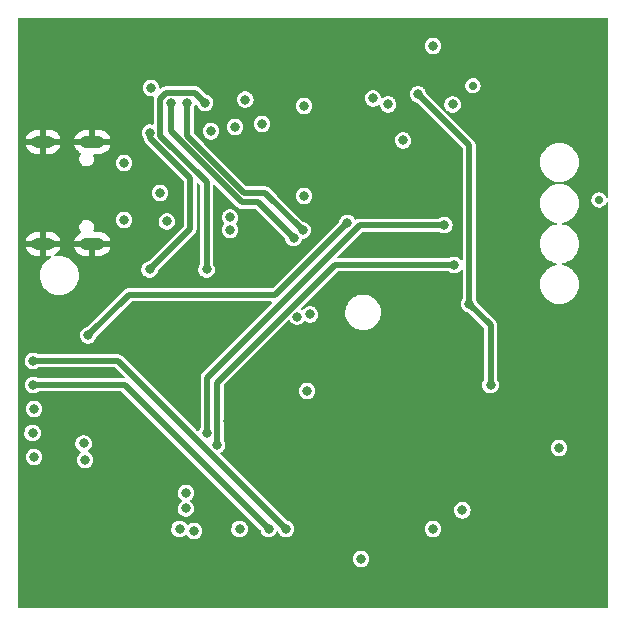
<source format=gbr>
G04 #@! TF.GenerationSoftware,KiCad,Pcbnew,(5.99.0-6591-gee6c8b60ac)*
G04 #@! TF.CreationDate,2020-11-09T16:27:33+01:00*
G04 #@! TF.ProjectId,TFGPS01A,54464750-5330-4314-912e-6b696361645f,REV*
G04 #@! TF.SameCoordinates,Original*
G04 #@! TF.FileFunction,Copper,L2,Inr*
G04 #@! TF.FilePolarity,Positive*
%FSLAX46Y46*%
G04 Gerber Fmt 4.6, Leading zero omitted, Abs format (unit mm)*
G04 Created by KiCad (PCBNEW (5.99.0-6591-gee6c8b60ac)) date 2020-11-09 16:27:33*
%MOMM*%
%LPD*%
G01*
G04 APERTURE LIST*
G04 #@! TA.AperFunction,ComponentPad*
%ADD10C,6.000000*%
G04 #@! TD*
G04 #@! TA.AperFunction,ComponentPad*
%ADD11O,2.000000X1.000000*%
G04 #@! TD*
G04 #@! TA.AperFunction,ComponentPad*
%ADD12O,2.100000X1.050000*%
G04 #@! TD*
G04 #@! TA.AperFunction,ViaPad*
%ADD13C,0.800000*%
G04 #@! TD*
G04 #@! TA.AperFunction,ViaPad*
%ADD14C,0.700000*%
G04 #@! TD*
G04 #@! TA.AperFunction,ViaPad*
%ADD15C,0.600000*%
G04 #@! TD*
G04 #@! TA.AperFunction,Conductor*
%ADD16C,0.500000*%
G04 #@! TD*
G04 APERTURE END LIST*
D10*
X45420000Y5380000D03*
X5380000Y5380000D03*
X45420000Y45420000D03*
X5380000Y45420000D03*
D11*
X2540000Y31240000D03*
X2540000Y39880000D03*
D12*
X6720000Y31240000D03*
X6720000Y39880000D03*
D13*
X19685000Y28575000D03*
X40640000Y48260000D03*
X36423600Y19812000D03*
X11430000Y12700000D03*
X18223610Y16246499D03*
X3810000Y38100000D03*
X3810000Y33020000D03*
X33426400Y23977600D03*
D14*
X34578000Y11430000D03*
D13*
X31115000Y38735000D03*
D15*
X44831000Y39624000D03*
D13*
X10160000Y9525000D03*
D14*
X35526400Y11430000D03*
D13*
X28549600Y19202400D03*
X41910000Y16510000D03*
X37388800Y28041600D03*
D14*
X32867600Y14173200D03*
D13*
X30073600Y20218400D03*
X9525000Y49530000D03*
D14*
X22961600Y14528800D03*
D13*
X16510000Y24765000D03*
D14*
X30784400Y11430000D03*
D13*
X32004000Y25400000D03*
X28448000Y20421600D03*
X31699200Y26466800D03*
D14*
X25857200Y12446000D03*
D13*
X31750000Y6985000D03*
X24130000Y44450000D03*
X11430000Y11430000D03*
X30480000Y22453600D03*
X35560000Y37465000D03*
X20747970Y28367969D03*
X31242000Y21742400D03*
D14*
X34300065Y13919200D03*
D13*
X29845000Y38735000D03*
X10160000Y8255000D03*
X33375600Y19050000D03*
X25247600Y16560800D03*
X40640000Y5080000D03*
X29667200Y23164800D03*
X15240000Y23495000D03*
X35610800Y27838400D03*
D14*
X24079200Y14427200D03*
D13*
X35356800Y21640800D03*
X29260800Y22199600D03*
D14*
X29870400Y11430000D03*
D13*
X31140400Y27381200D03*
X16510000Y21590000D03*
X32054800Y14325600D03*
X36423600Y20878800D03*
X8890000Y5080000D03*
X31115000Y37465000D03*
X27381200Y25298400D03*
X27076400Y19304000D03*
D14*
X34188400Y17475200D03*
D13*
X32715200Y24688800D03*
X17780000Y23495000D03*
X29845000Y37465000D03*
X9525000Y48260000D03*
X8890000Y2540000D03*
D15*
X43688000Y39624000D03*
D14*
X24790400Y12446000D03*
D13*
X41910000Y48260000D03*
X8890000Y3810000D03*
X35864800Y16814800D03*
X8890000Y1270000D03*
X35560000Y38735000D03*
D14*
X26568400Y14478000D03*
D13*
X37592000Y21209000D03*
X13335000Y11430000D03*
X38201600Y17780000D03*
X30480000Y41910000D03*
X28143200Y27279600D03*
X27178000Y4826000D03*
X28575000Y37465000D03*
X27482800Y26466800D03*
X29057600Y27736800D03*
X28575000Y38735000D03*
X28549600Y21488400D03*
X41275000Y6350000D03*
X36423600Y18694400D03*
D14*
X32681200Y11430000D03*
X31732800Y11430000D03*
D13*
X27686000Y24180800D03*
X3810000Y36830000D03*
D15*
X34338884Y12864203D03*
D13*
X41275000Y18415000D03*
X28575000Y44450000D03*
D15*
X39497000Y37211000D03*
D13*
X33324800Y20167600D03*
X29972000Y14325600D03*
X25857200Y11125200D03*
X3810000Y35560000D03*
X12065000Y20320000D03*
D14*
X24790400Y13716000D03*
D13*
X24130000Y45720000D03*
X30124400Y18084800D03*
X33324800Y27178000D03*
X3810000Y34290000D03*
X11430000Y8255000D03*
X35814000Y24130000D03*
X27432000Y22199600D03*
X27686000Y14732000D03*
X31013400Y14325600D03*
X38354000Y20320000D03*
X10160000Y16510000D03*
X13335000Y12700000D03*
X36830000Y37465000D03*
X24688800Y11074400D03*
X11430000Y9525000D03*
X49530000Y13970000D03*
X36830000Y38735000D03*
X28702000Y17729200D03*
X28854400Y14579600D03*
X21742400Y16052800D03*
D14*
X33477200Y18034000D03*
X21590000Y14224000D03*
D13*
X28575000Y40005000D03*
D14*
X33629600Y11430000D03*
D13*
X36525200Y17576800D03*
X28549600Y23418800D03*
X30124400Y27736800D03*
X26670000Y45720000D03*
D14*
X25806400Y13766800D03*
D13*
X28305725Y33013021D03*
X6350000Y23495000D03*
X24638000Y35306000D03*
X24638000Y42926000D03*
X24892000Y18796000D03*
X35560000Y48006000D03*
D14*
X49614001Y34967999D03*
D13*
X29464000Y4572000D03*
X9398000Y33274000D03*
X46228000Y13970000D03*
X12446000Y35560000D03*
X13019000Y33147000D03*
D14*
X38925500Y44640500D03*
D13*
X9398000Y38100000D03*
X14626252Y8843348D03*
X37211000Y43053000D03*
X31750000Y43053000D03*
X37338000Y29464000D03*
X17272000Y14224000D03*
X6096000Y12954000D03*
X38608000Y26162000D03*
X34290000Y43903000D03*
X40424999Y19288997D03*
X14097000Y7112000D03*
X38030074Y8692139D03*
X16421990Y15212785D03*
X36499999Y32842001D03*
X5969000Y14351000D03*
X14630400Y10160000D03*
X33020000Y40005000D03*
X19177000Y7112000D03*
X35560000Y7112000D03*
X1727200Y19304000D03*
X21639041Y7101959D03*
X21082000Y41402000D03*
X11596000Y40654794D03*
X23114000Y7112000D03*
X11557000Y29083000D03*
X1676400Y21336000D03*
X1651000Y15240000D03*
X16764000Y40779989D03*
X1778000Y17272000D03*
X18796000Y41148000D03*
X13335000Y43180000D03*
X23749000Y31750000D03*
X24517223Y32390186D03*
X14732000Y43180000D03*
X16383000Y29083000D03*
X1778000Y13208000D03*
X16256000Y43180000D03*
X11684000Y44450000D03*
X19655000Y43464000D03*
X18359977Y32429000D03*
X24057948Y25091052D03*
X25146000Y25273000D03*
X18359977Y33479000D03*
X15324759Y6942759D03*
X30480000Y43561000D03*
D16*
X22216704Y26924000D02*
X28305725Y33013021D01*
X9779000Y26924000D02*
X22216704Y26924000D01*
X6350000Y23495000D02*
X9779000Y26924000D01*
X27228800Y29464000D02*
X17272000Y19507200D01*
X17272000Y19507200D02*
X17272000Y14224000D01*
X37338000Y29464000D02*
X27228800Y29464000D01*
X38608000Y26162000D02*
X40424999Y24345001D01*
X36830000Y41363000D02*
X34290000Y43903000D01*
X40424999Y24345001D02*
X40424999Y19288997D01*
X36830000Y41363000D02*
X38608000Y39585000D01*
X38608000Y39585000D02*
X38608000Y26162000D01*
X36499999Y32842001D02*
X29336801Y32842001D01*
X16421990Y19927190D02*
X16421990Y15212785D01*
X29336801Y32842001D02*
X16421990Y19927190D01*
X21639041Y7101959D02*
X9437000Y19304000D01*
X9437000Y19304000D02*
X1727200Y19304000D01*
X11596000Y40220000D02*
X11596000Y40654794D01*
X14986000Y36830000D02*
X11596000Y40220000D01*
X11557000Y29083000D02*
X14986000Y32512000D01*
X8890000Y21336000D02*
X1676400Y21336000D01*
X23114000Y7112000D02*
X8890000Y21336000D01*
X14986000Y32512000D02*
X14986000Y36830000D01*
X11595999Y29121999D02*
X11557000Y29083000D01*
X13335000Y40778998D02*
X13335000Y43180000D01*
X20739999Y34759001D02*
X19354997Y34759001D01*
X23749000Y31750000D02*
X20739999Y34759001D01*
X19354997Y34759001D02*
X13335000Y40778998D01*
X14732000Y41910000D02*
X14732000Y43180000D01*
X24517223Y32390186D02*
X21347409Y35560000D01*
X19558000Y35560000D02*
X15748000Y39370000D01*
X14732000Y40386000D02*
X14732000Y41910000D01*
X15748000Y39370000D02*
X14732000Y40386000D01*
X21347409Y35560000D02*
X19558000Y35560000D01*
X15024999Y44030001D02*
X12926999Y44030001D01*
X16344001Y29121999D02*
X16383000Y29083000D01*
X12926999Y44030001D02*
X12446000Y43549002D01*
X15024999Y44030001D02*
X15405999Y44030001D01*
X16383000Y36449000D02*
X16383000Y29083000D01*
X12446000Y40386000D02*
X16383000Y36449000D01*
X15405999Y44030001D02*
X16256000Y43180000D01*
X12446000Y43549002D02*
X12446000Y40386000D01*
G04 #@! TA.AperFunction,Conductor*
G36*
X50364208Y50375178D02*
G01*
X50396000Y50307000D01*
X50396000Y35226054D01*
X50375178Y35168846D01*
X50322455Y35138406D01*
X50262500Y35148978D01*
X50224250Y35193291D01*
X50215968Y35214211D01*
X50188420Y35283789D01*
X50124024Y35372423D01*
X50095130Y35412192D01*
X50095129Y35412193D01*
X50091840Y35416720D01*
X49965235Y35521456D01*
X49816562Y35591417D01*
X49655160Y35622206D01*
X49592865Y35618286D01*
X49496765Y35612240D01*
X49496764Y35612240D01*
X49491173Y35611888D01*
X49485848Y35610158D01*
X49485844Y35610157D01*
X49428169Y35591417D01*
X49334903Y35561113D01*
X49196170Y35473070D01*
X49083690Y35353292D01*
X49080994Y35348387D01*
X49080992Y35348385D01*
X49021248Y35239710D01*
X49004533Y35209305D01*
X49003142Y35203888D01*
X49003141Y35203885D01*
X48987996Y35144898D01*
X48963670Y35050155D01*
X48963670Y34885843D01*
X49004533Y34726693D01*
X49007230Y34721788D01*
X49007230Y34721787D01*
X49071737Y34604449D01*
X49083690Y34582706D01*
X49196170Y34462928D01*
X49334903Y34374885D01*
X49380985Y34359912D01*
X49485844Y34325841D01*
X49485848Y34325840D01*
X49491173Y34324110D01*
X49496764Y34323758D01*
X49496765Y34323758D01*
X49592865Y34317712D01*
X49655160Y34313792D01*
X49816562Y34344581D01*
X49965235Y34414542D01*
X50091840Y34519278D01*
X50188420Y34652209D01*
X50224251Y34742708D01*
X50264669Y34788232D01*
X50324895Y34797126D01*
X50376748Y34765227D01*
X50396000Y34709944D01*
X50396001Y493000D01*
X50375179Y435792D01*
X50307001Y404000D01*
X493000Y404000D01*
X435792Y424822D01*
X404000Y493000D01*
X404000Y4579388D01*
X28758539Y4579388D01*
X28759127Y4574062D01*
X28759127Y4574060D01*
X28759355Y4572000D01*
X28777140Y4410898D01*
X28835395Y4251710D01*
X28929940Y4111012D01*
X28933908Y4107402D01*
X28933910Y4107399D01*
X29051346Y4000540D01*
X29055317Y3996927D01*
X29204288Y3916043D01*
X29368253Y3873027D01*
X29450925Y3871729D01*
X29532377Y3870449D01*
X29532380Y3870449D01*
X29537745Y3870365D01*
X29542975Y3871563D01*
X29542977Y3871563D01*
X29697750Y3907011D01*
X29697751Y3907011D01*
X29702980Y3908209D01*
X29777613Y3945746D01*
X29849627Y3981964D01*
X29849629Y3981966D01*
X29854418Y3984374D01*
X29983316Y4094464D01*
X30082234Y4232123D01*
X30145461Y4389403D01*
X30169345Y4557225D01*
X30169500Y4572000D01*
X30149135Y4740285D01*
X30089217Y4898855D01*
X30049874Y4956100D01*
X29996245Y5034131D01*
X29996241Y5034135D01*
X29993203Y5038556D01*
X29983055Y5047598D01*
X29870645Y5147751D01*
X29866638Y5151321D01*
X29854090Y5157965D01*
X29721572Y5228130D01*
X29721570Y5228131D01*
X29716829Y5230641D01*
X29706435Y5233252D01*
X29557622Y5270631D01*
X29557623Y5270631D01*
X29552423Y5271937D01*
X29474865Y5272343D01*
X29388275Y5272796D01*
X29388274Y5272796D01*
X29382912Y5272824D01*
X29218082Y5233252D01*
X29067450Y5155505D01*
X28939711Y5044072D01*
X28842240Y4905385D01*
X28780665Y4747451D01*
X28758539Y4579388D01*
X404000Y4579388D01*
X404000Y7119388D01*
X13391539Y7119388D01*
X13392127Y7114062D01*
X13392127Y7114060D01*
X13400192Y7041011D01*
X13410140Y6950898D01*
X13468395Y6791710D01*
X13562940Y6651012D01*
X13566908Y6647402D01*
X13566910Y6647399D01*
X13620626Y6598521D01*
X13688317Y6536927D01*
X13837288Y6456043D01*
X14001253Y6413027D01*
X14083925Y6411729D01*
X14165377Y6410449D01*
X14165380Y6410449D01*
X14170745Y6410365D01*
X14175975Y6411563D01*
X14175977Y6411563D01*
X14330750Y6447011D01*
X14330751Y6447011D01*
X14335980Y6448209D01*
X14474379Y6517816D01*
X14482627Y6521964D01*
X14482629Y6521966D01*
X14487418Y6524374D01*
X14585963Y6608540D01*
X14642987Y6629861D01*
X14717634Y6590504D01*
X14790699Y6481771D01*
X14794667Y6478161D01*
X14794669Y6478158D01*
X14912105Y6371299D01*
X14916076Y6367686D01*
X15065047Y6286802D01*
X15229012Y6243786D01*
X15311684Y6242488D01*
X15393136Y6241208D01*
X15393139Y6241208D01*
X15398504Y6241124D01*
X15403734Y6242322D01*
X15403736Y6242322D01*
X15558509Y6277770D01*
X15558510Y6277770D01*
X15563739Y6278968D01*
X15638372Y6316505D01*
X15710386Y6352723D01*
X15710388Y6352725D01*
X15715177Y6355133D01*
X15844075Y6465223D01*
X15942993Y6602882D01*
X16006220Y6760162D01*
X16030104Y6927984D01*
X16030259Y6942759D01*
X16009894Y7111044D01*
X16006742Y7119388D01*
X18471539Y7119388D01*
X18472127Y7114062D01*
X18472127Y7114060D01*
X18480192Y7041011D01*
X18490140Y6950898D01*
X18548395Y6791710D01*
X18642940Y6651012D01*
X18646908Y6647402D01*
X18646910Y6647399D01*
X18700626Y6598521D01*
X18768317Y6536927D01*
X18917288Y6456043D01*
X19081253Y6413027D01*
X19163925Y6411729D01*
X19245377Y6410449D01*
X19245380Y6410449D01*
X19250745Y6410365D01*
X19255975Y6411563D01*
X19255977Y6411563D01*
X19410750Y6447011D01*
X19410751Y6447011D01*
X19415980Y6448209D01*
X19554379Y6517816D01*
X19562627Y6521964D01*
X19562629Y6521966D01*
X19567418Y6524374D01*
X19696316Y6634464D01*
X19795234Y6772123D01*
X19858461Y6929403D01*
X19882345Y7097225D01*
X19882500Y7112000D01*
X19862135Y7280285D01*
X19802217Y7438855D01*
X19743292Y7524591D01*
X19709245Y7574131D01*
X19709241Y7574135D01*
X19706203Y7578556D01*
X19696055Y7587598D01*
X19583645Y7687751D01*
X19579638Y7691321D01*
X19567090Y7697965D01*
X19434572Y7768130D01*
X19434570Y7768131D01*
X19429829Y7770641D01*
X19419435Y7773252D01*
X19270622Y7810631D01*
X19270623Y7810631D01*
X19265423Y7811937D01*
X19187865Y7812343D01*
X19101275Y7812796D01*
X19101274Y7812796D01*
X19095912Y7812824D01*
X18931082Y7773252D01*
X18780450Y7695505D01*
X18652711Y7584072D01*
X18555240Y7445385D01*
X18493665Y7287451D01*
X18471539Y7119388D01*
X16006742Y7119388D01*
X15949976Y7269614D01*
X15894165Y7350820D01*
X15857004Y7404890D01*
X15857000Y7404894D01*
X15853962Y7409315D01*
X15727397Y7522080D01*
X15714849Y7528724D01*
X15582331Y7598889D01*
X15582329Y7598890D01*
X15577588Y7601400D01*
X15567194Y7604011D01*
X15418381Y7641390D01*
X15418382Y7641390D01*
X15413182Y7642696D01*
X15335624Y7643102D01*
X15249034Y7643555D01*
X15249033Y7643555D01*
X15243671Y7643583D01*
X15078841Y7604011D01*
X14928209Y7526264D01*
X14919321Y7518510D01*
X14837145Y7446824D01*
X14780347Y7424907D01*
X14705292Y7463481D01*
X14629245Y7574131D01*
X14629241Y7574135D01*
X14626203Y7578556D01*
X14616055Y7587598D01*
X14503645Y7687751D01*
X14499638Y7691321D01*
X14487090Y7697965D01*
X14354572Y7768130D01*
X14354570Y7768131D01*
X14349829Y7770641D01*
X14339435Y7773252D01*
X14190622Y7810631D01*
X14190623Y7810631D01*
X14185423Y7811937D01*
X14107865Y7812343D01*
X14021275Y7812796D01*
X14021274Y7812796D01*
X14015912Y7812824D01*
X13851082Y7773252D01*
X13700450Y7695505D01*
X13572711Y7584072D01*
X13475240Y7445385D01*
X13413665Y7287451D01*
X13391539Y7119388D01*
X404000Y7119388D01*
X404000Y8850736D01*
X13920791Y8850736D01*
X13921379Y8845410D01*
X13921379Y8845408D01*
X13938300Y8692139D01*
X13939392Y8682246D01*
X13997647Y8523058D01*
X14092192Y8382360D01*
X14096160Y8378750D01*
X14096162Y8378747D01*
X14213598Y8271888D01*
X14217569Y8268275D01*
X14366540Y8187391D01*
X14530505Y8144375D01*
X14613177Y8143077D01*
X14694629Y8141797D01*
X14694632Y8141797D01*
X14699997Y8141713D01*
X14705227Y8142911D01*
X14705229Y8142911D01*
X14860002Y8178359D01*
X14860003Y8178359D01*
X14865232Y8179557D01*
X14939865Y8217094D01*
X15011879Y8253312D01*
X15011881Y8253314D01*
X15016670Y8255722D01*
X15145568Y8365812D01*
X15244486Y8503471D01*
X15307713Y8660751D01*
X15331597Y8828573D01*
X15331752Y8843348D01*
X15311387Y9011633D01*
X15251469Y9170203D01*
X15212126Y9227448D01*
X15158497Y9305479D01*
X15158493Y9305483D01*
X15155455Y9309904D01*
X15149264Y9315420D01*
X15032896Y9419100D01*
X15032895Y9419101D01*
X15028890Y9422669D01*
X15024147Y9425180D01*
X15021212Y9427220D01*
X14986118Y9476966D01*
X14991211Y9537632D01*
X15020902Y9572275D01*
X15020818Y9572374D01*
X15021450Y9572914D01*
X15024896Y9575857D01*
X15024899Y9575859D01*
X15145633Y9678977D01*
X15149716Y9682464D01*
X15248634Y9820123D01*
X15311861Y9977403D01*
X15335745Y10145225D01*
X15335900Y10160000D01*
X15315535Y10328285D01*
X15255617Y10486855D01*
X15216274Y10544100D01*
X15162645Y10622131D01*
X15162641Y10622135D01*
X15159603Y10626556D01*
X15149455Y10635598D01*
X15037045Y10735751D01*
X15033038Y10739321D01*
X15020490Y10745965D01*
X14887972Y10816130D01*
X14887970Y10816131D01*
X14883229Y10818641D01*
X14872835Y10821252D01*
X14724022Y10858631D01*
X14724023Y10858631D01*
X14718823Y10859937D01*
X14641265Y10860343D01*
X14554675Y10860796D01*
X14554674Y10860796D01*
X14549312Y10860824D01*
X14384482Y10821252D01*
X14233850Y10743505D01*
X14106111Y10632072D01*
X14008640Y10493385D01*
X13947065Y10335451D01*
X13924939Y10167388D01*
X13925527Y10162062D01*
X13925527Y10162060D01*
X13925755Y10160000D01*
X13943540Y9998898D01*
X14001795Y9839710D01*
X14096340Y9699012D01*
X14100308Y9695402D01*
X14100310Y9695399D01*
X14217746Y9588540D01*
X14221717Y9584927D01*
X14226431Y9582367D01*
X14226436Y9582364D01*
X14227702Y9581677D01*
X14228208Y9581105D01*
X14230807Y9579258D01*
X14230377Y9578653D01*
X14268043Y9536082D01*
X14269637Y9475223D01*
X14235263Y9429853D01*
X14234469Y9429314D01*
X14229702Y9426853D01*
X14101963Y9315420D01*
X14004492Y9176733D01*
X13942917Y9018799D01*
X13920791Y8850736D01*
X404000Y8850736D01*
X404000Y13215388D01*
X1072539Y13215388D01*
X1073127Y13210062D01*
X1073127Y13210060D01*
X1081475Y13134449D01*
X1091140Y13046898D01*
X1149395Y12887710D01*
X1243940Y12747012D01*
X1247908Y12743402D01*
X1247910Y12743399D01*
X1362914Y12638753D01*
X1369317Y12632927D01*
X1518288Y12552043D01*
X1682253Y12509027D01*
X1764925Y12507729D01*
X1846377Y12506449D01*
X1846380Y12506449D01*
X1851745Y12506365D01*
X1856975Y12507563D01*
X1856977Y12507563D01*
X2011750Y12543011D01*
X2011751Y12543011D01*
X2016980Y12544209D01*
X2091613Y12581746D01*
X2163627Y12617964D01*
X2163629Y12617966D01*
X2168418Y12620374D01*
X2297316Y12730464D01*
X2396234Y12868123D01*
X2459461Y13025403D01*
X2483345Y13193225D01*
X2483500Y13208000D01*
X2463135Y13376285D01*
X2403217Y13534855D01*
X2347962Y13615252D01*
X2310245Y13670131D01*
X2310241Y13670135D01*
X2307203Y13674556D01*
X2297055Y13683598D01*
X2184645Y13783751D01*
X2180638Y13787321D01*
X2149407Y13803857D01*
X2035572Y13864130D01*
X2035570Y13864131D01*
X2030829Y13866641D01*
X2020435Y13869252D01*
X1871622Y13906631D01*
X1871623Y13906631D01*
X1866423Y13907937D01*
X1788865Y13908343D01*
X1702275Y13908796D01*
X1702274Y13908796D01*
X1696912Y13908824D01*
X1532082Y13869252D01*
X1381450Y13791505D01*
X1253711Y13680072D01*
X1222108Y13635106D01*
X1160739Y13547786D01*
X1156240Y13541385D01*
X1094665Y13383451D01*
X1072539Y13215388D01*
X404000Y13215388D01*
X404000Y14358388D01*
X5263539Y14358388D01*
X5264127Y14353062D01*
X5264127Y14353060D01*
X5280326Y14206332D01*
X5282140Y14189898D01*
X5340395Y14030710D01*
X5434940Y13890012D01*
X5438908Y13886402D01*
X5438910Y13886399D01*
X5553178Y13782423D01*
X5560317Y13775927D01*
X5565035Y13773366D01*
X5565034Y13773366D01*
X5705519Y13697089D01*
X5745859Y13651493D01*
X5747453Y13590634D01*
X5707751Y13544316D01*
X5708657Y13542983D01*
X5704217Y13539966D01*
X5699450Y13537505D01*
X5571711Y13426072D01*
X5539306Y13379964D01*
X5492976Y13314043D01*
X5474240Y13287385D01*
X5412665Y13129451D01*
X5390539Y12961388D01*
X5391127Y12956062D01*
X5391127Y12956060D01*
X5401317Y12863762D01*
X5409140Y12792898D01*
X5467395Y12633710D01*
X5561940Y12493012D01*
X5565908Y12489402D01*
X5565910Y12489399D01*
X5683346Y12382540D01*
X5687317Y12378927D01*
X5836288Y12298043D01*
X6000253Y12255027D01*
X6082925Y12253729D01*
X6164377Y12252449D01*
X6164380Y12252449D01*
X6169745Y12252365D01*
X6174975Y12253563D01*
X6174977Y12253563D01*
X6329750Y12289011D01*
X6329751Y12289011D01*
X6334980Y12290209D01*
X6409613Y12327746D01*
X6481627Y12363964D01*
X6481629Y12363966D01*
X6486418Y12366374D01*
X6615316Y12476464D01*
X6714234Y12614123D01*
X6777461Y12771403D01*
X6801345Y12939225D01*
X6801500Y12954000D01*
X6781135Y13122285D01*
X6721217Y13280855D01*
X6654360Y13378133D01*
X6628245Y13416131D01*
X6628241Y13416135D01*
X6625203Y13420556D01*
X6615055Y13429598D01*
X6502645Y13529751D01*
X6498638Y13533321D01*
X6477873Y13544316D01*
X6360025Y13606713D01*
X6319210Y13651884D01*
X6316979Y13712723D01*
X6352419Y13759498D01*
X6354624Y13760963D01*
X6359418Y13763374D01*
X6363496Y13766857D01*
X6363499Y13766859D01*
X6480504Y13866792D01*
X6488316Y13873464D01*
X6587234Y14011123D01*
X6650461Y14168403D01*
X6674345Y14336225D01*
X6674500Y14351000D01*
X6654135Y14519285D01*
X6594217Y14677855D01*
X6554874Y14735100D01*
X6501245Y14813131D01*
X6501241Y14813135D01*
X6498203Y14817556D01*
X6488055Y14826598D01*
X6375645Y14926751D01*
X6371638Y14930321D01*
X6359090Y14936965D01*
X6226572Y15007130D01*
X6226570Y15007131D01*
X6221829Y15009641D01*
X6211435Y15012252D01*
X6062622Y15049631D01*
X6062623Y15049631D01*
X6057423Y15050937D01*
X5979865Y15051343D01*
X5893275Y15051796D01*
X5893274Y15051796D01*
X5887912Y15051824D01*
X5723082Y15012252D01*
X5572450Y14934505D01*
X5444711Y14823072D01*
X5347240Y14684385D01*
X5285665Y14526451D01*
X5263539Y14358388D01*
X404000Y14358388D01*
X404000Y15247388D01*
X945539Y15247388D01*
X946127Y15242062D01*
X946127Y15242060D01*
X946355Y15240000D01*
X964140Y15078898D01*
X1022395Y14919710D01*
X1116940Y14779012D01*
X1120908Y14775402D01*
X1120910Y14775399D01*
X1235836Y14670824D01*
X1242317Y14664927D01*
X1391288Y14584043D01*
X1555253Y14541027D01*
X1637925Y14539729D01*
X1719377Y14538449D01*
X1719380Y14538449D01*
X1724745Y14538365D01*
X1729975Y14539563D01*
X1729977Y14539563D01*
X1884750Y14575011D01*
X1884751Y14575011D01*
X1889980Y14576209D01*
X1964613Y14613746D01*
X2036627Y14649964D01*
X2036629Y14649966D01*
X2041418Y14652374D01*
X2170316Y14762464D01*
X2269234Y14900123D01*
X2332461Y15057403D01*
X2356345Y15225225D01*
X2356500Y15240000D01*
X2336135Y15408285D01*
X2276217Y15566855D01*
X2220747Y15647564D01*
X2183245Y15702131D01*
X2183241Y15702135D01*
X2180203Y15706556D01*
X2170055Y15715598D01*
X2057645Y15815751D01*
X2053638Y15819321D01*
X2041090Y15825965D01*
X1908572Y15896130D01*
X1908570Y15896131D01*
X1903829Y15898641D01*
X1893435Y15901252D01*
X1744622Y15938631D01*
X1744623Y15938631D01*
X1739423Y15939937D01*
X1661865Y15940343D01*
X1575275Y15940796D01*
X1575274Y15940796D01*
X1569912Y15940824D01*
X1405082Y15901252D01*
X1254450Y15823505D01*
X1126711Y15712072D01*
X1029240Y15573385D01*
X967665Y15415451D01*
X945539Y15247388D01*
X404000Y15247388D01*
X404000Y17279388D01*
X1072539Y17279388D01*
X1073127Y17274062D01*
X1073127Y17274060D01*
X1073355Y17272000D01*
X1091140Y17110898D01*
X1149395Y16951710D01*
X1243940Y16811012D01*
X1247908Y16807402D01*
X1247910Y16807399D01*
X1365346Y16700540D01*
X1369317Y16696927D01*
X1518288Y16616043D01*
X1682253Y16573027D01*
X1764925Y16571729D01*
X1846377Y16570449D01*
X1846380Y16570449D01*
X1851745Y16570365D01*
X1856975Y16571563D01*
X1856977Y16571563D01*
X2011750Y16607011D01*
X2011751Y16607011D01*
X2016980Y16608209D01*
X2091613Y16645746D01*
X2163627Y16681964D01*
X2163629Y16681966D01*
X2168418Y16684374D01*
X2297316Y16794464D01*
X2396234Y16932123D01*
X2459461Y17089403D01*
X2483345Y17257225D01*
X2483500Y17272000D01*
X2463135Y17440285D01*
X2403217Y17598855D01*
X2363874Y17656100D01*
X2310245Y17734131D01*
X2310241Y17734135D01*
X2307203Y17738556D01*
X2297055Y17747598D01*
X2184645Y17847751D01*
X2180638Y17851321D01*
X2168090Y17857965D01*
X2035572Y17928130D01*
X2035570Y17928131D01*
X2030829Y17930641D01*
X2020435Y17933252D01*
X1871622Y17970631D01*
X1871623Y17970631D01*
X1866423Y17971937D01*
X1788865Y17972343D01*
X1702275Y17972796D01*
X1702274Y17972796D01*
X1696912Y17972824D01*
X1532082Y17933252D01*
X1381450Y17855505D01*
X1253711Y17744072D01*
X1156240Y17605385D01*
X1094665Y17447451D01*
X1072539Y17279388D01*
X404000Y17279388D01*
X404000Y21343388D01*
X970939Y21343388D01*
X989540Y21174898D01*
X1047795Y21015710D01*
X1142340Y20875012D01*
X1146308Y20871402D01*
X1146310Y20871399D01*
X1263746Y20764540D01*
X1267717Y20760927D01*
X1416688Y20680043D01*
X1580653Y20637027D01*
X1663325Y20635729D01*
X1744777Y20634449D01*
X1744780Y20634449D01*
X1750145Y20634365D01*
X1755375Y20635563D01*
X1755377Y20635563D01*
X1910150Y20671011D01*
X1910151Y20671011D01*
X1915380Y20672209D01*
X1990013Y20709746D01*
X2062027Y20745964D01*
X2062029Y20745966D01*
X2066818Y20748374D01*
X2070900Y20751860D01*
X2085321Y20764176D01*
X2143121Y20785500D01*
X8625110Y20785500D01*
X8688043Y20759433D01*
X9441043Y20006433D01*
X9466771Y19951257D01*
X9451015Y19892452D01*
X9378110Y19854500D01*
X2196083Y19854500D01*
X2136880Y19877047D01*
X2133845Y19879751D01*
X2133844Y19879751D01*
X2129838Y19883321D01*
X2121936Y19887505D01*
X1984772Y19960130D01*
X1984770Y19960131D01*
X1980029Y19962641D01*
X1969635Y19965252D01*
X1820822Y20002631D01*
X1820823Y20002631D01*
X1815623Y20003937D01*
X1738065Y20004343D01*
X1651475Y20004796D01*
X1651474Y20004796D01*
X1646112Y20004824D01*
X1481282Y19965252D01*
X1330650Y19887505D01*
X1202911Y19776072D01*
X1105440Y19637385D01*
X1043865Y19479451D01*
X1021739Y19311388D01*
X1022327Y19306062D01*
X1022327Y19306060D01*
X1026736Y19266128D01*
X1040340Y19142898D01*
X1098595Y18983710D01*
X1193140Y18843012D01*
X1197108Y18839402D01*
X1197110Y18839399D01*
X1314546Y18732540D01*
X1318517Y18728927D01*
X1467488Y18648043D01*
X1631453Y18605027D01*
X1714125Y18603729D01*
X1795577Y18602449D01*
X1795580Y18602449D01*
X1800945Y18602365D01*
X1806175Y18603563D01*
X1806177Y18603563D01*
X1960950Y18639011D01*
X1960951Y18639011D01*
X1966180Y18640209D01*
X2112747Y18713924D01*
X2112827Y18713964D01*
X2112829Y18713966D01*
X2117618Y18716374D01*
X2121700Y18719860D01*
X2136121Y18732176D01*
X2193921Y18753500D01*
X9172110Y18753500D01*
X9235043Y18727433D01*
X20921464Y7041011D01*
X20946994Y6987845D01*
X20952181Y6940857D01*
X21010436Y6781669D01*
X21104981Y6640971D01*
X21108949Y6637361D01*
X21108951Y6637358D01*
X21226387Y6530499D01*
X21230358Y6526886D01*
X21379329Y6446002D01*
X21543294Y6402986D01*
X21625966Y6401688D01*
X21707418Y6400408D01*
X21707421Y6400408D01*
X21712786Y6400324D01*
X21718016Y6401522D01*
X21718018Y6401522D01*
X21872791Y6436970D01*
X21872792Y6436970D01*
X21878021Y6438168D01*
X21973574Y6486226D01*
X22024668Y6511923D01*
X22024670Y6511925D01*
X22029459Y6514333D01*
X22158357Y6624423D01*
X22257275Y6762082D01*
X22295887Y6858131D01*
X22336544Y6903444D01*
X22396817Y6912022D01*
X22462043Y6855521D01*
X22483549Y6796753D01*
X22483551Y6796749D01*
X22485395Y6791710D01*
X22579940Y6651012D01*
X22583908Y6647402D01*
X22583910Y6647399D01*
X22637626Y6598521D01*
X22705317Y6536927D01*
X22854288Y6456043D01*
X23018253Y6413027D01*
X23100925Y6411729D01*
X23182377Y6410449D01*
X23182380Y6410449D01*
X23187745Y6410365D01*
X23192975Y6411563D01*
X23192977Y6411563D01*
X23347750Y6447011D01*
X23347751Y6447011D01*
X23352980Y6448209D01*
X23491379Y6517816D01*
X23499627Y6521964D01*
X23499629Y6521966D01*
X23504418Y6524374D01*
X23633316Y6634464D01*
X23732234Y6772123D01*
X23795461Y6929403D01*
X23819345Y7097225D01*
X23819500Y7112000D01*
X23818606Y7119388D01*
X34854539Y7119388D01*
X34855127Y7114062D01*
X34855127Y7114060D01*
X34863192Y7041011D01*
X34873140Y6950898D01*
X34931395Y6791710D01*
X35025940Y6651012D01*
X35029908Y6647402D01*
X35029910Y6647399D01*
X35083626Y6598521D01*
X35151317Y6536927D01*
X35300288Y6456043D01*
X35464253Y6413027D01*
X35546925Y6411729D01*
X35628377Y6410449D01*
X35628380Y6410449D01*
X35633745Y6410365D01*
X35638975Y6411563D01*
X35638977Y6411563D01*
X35793750Y6447011D01*
X35793751Y6447011D01*
X35798980Y6448209D01*
X35937379Y6517816D01*
X35945627Y6521964D01*
X35945629Y6521966D01*
X35950418Y6524374D01*
X36079316Y6634464D01*
X36178234Y6772123D01*
X36241461Y6929403D01*
X36265345Y7097225D01*
X36265500Y7112000D01*
X36245135Y7280285D01*
X36185217Y7438855D01*
X36126292Y7524591D01*
X36092245Y7574131D01*
X36092241Y7574135D01*
X36089203Y7578556D01*
X36079055Y7587598D01*
X35966645Y7687751D01*
X35962638Y7691321D01*
X35950090Y7697965D01*
X35817572Y7768130D01*
X35817570Y7768131D01*
X35812829Y7770641D01*
X35802435Y7773252D01*
X35653622Y7810631D01*
X35653623Y7810631D01*
X35648423Y7811937D01*
X35570865Y7812343D01*
X35484275Y7812796D01*
X35484274Y7812796D01*
X35478912Y7812824D01*
X35314082Y7773252D01*
X35163450Y7695505D01*
X35035711Y7584072D01*
X34938240Y7445385D01*
X34876665Y7287451D01*
X34854539Y7119388D01*
X23818606Y7119388D01*
X23799135Y7280285D01*
X23739217Y7438855D01*
X23680292Y7524591D01*
X23646245Y7574131D01*
X23646241Y7574135D01*
X23643203Y7578556D01*
X23633055Y7587598D01*
X23520645Y7687751D01*
X23516638Y7691321D01*
X23504090Y7697965D01*
X23371572Y7768130D01*
X23371570Y7768131D01*
X23366829Y7770641D01*
X23361626Y7771948D01*
X23213145Y7809244D01*
X23171894Y7832630D01*
X22304997Y8699527D01*
X37324613Y8699527D01*
X37325201Y8694201D01*
X37325201Y8694199D01*
X37329444Y8655771D01*
X37343214Y8531037D01*
X37401469Y8371849D01*
X37496014Y8231151D01*
X37499982Y8227541D01*
X37499984Y8227538D01*
X37594212Y8141797D01*
X37621391Y8117066D01*
X37770362Y8036182D01*
X37934327Y7993166D01*
X38016999Y7991868D01*
X38098451Y7990588D01*
X38098454Y7990588D01*
X38103819Y7990504D01*
X38109049Y7991702D01*
X38109051Y7991702D01*
X38263824Y8027150D01*
X38263825Y8027150D01*
X38269054Y8028348D01*
X38343687Y8065885D01*
X38415701Y8102103D01*
X38415703Y8102105D01*
X38420492Y8104513D01*
X38549390Y8214603D01*
X38648308Y8352262D01*
X38711535Y8509542D01*
X38735419Y8677364D01*
X38735574Y8692139D01*
X38715209Y8860424D01*
X38655291Y9018994D01*
X38615948Y9076239D01*
X38562319Y9154270D01*
X38562315Y9154274D01*
X38559277Y9158695D01*
X38549129Y9167737D01*
X38436719Y9267890D01*
X38432712Y9271460D01*
X38420164Y9278104D01*
X38287646Y9348269D01*
X38287644Y9348270D01*
X38282903Y9350780D01*
X38272509Y9353391D01*
X38123696Y9390770D01*
X38123697Y9390770D01*
X38118497Y9392076D01*
X38040939Y9392482D01*
X37954349Y9392935D01*
X37954348Y9392935D01*
X37948986Y9392963D01*
X37784156Y9353391D01*
X37633524Y9275644D01*
X37505785Y9164211D01*
X37408314Y9025524D01*
X37346739Y8867590D01*
X37324613Y8699527D01*
X22304997Y8699527D01*
X17553722Y13450802D01*
X17527994Y13505978D01*
X17543750Y13564783D01*
X17576665Y13593245D01*
X17657630Y13633966D01*
X17657629Y13633966D01*
X17662418Y13636374D01*
X17791316Y13746464D01*
X17890234Y13884123D01*
X17927726Y13977388D01*
X45522539Y13977388D01*
X45523127Y13972062D01*
X45523127Y13972060D01*
X45534749Y13866792D01*
X45541140Y13808898D01*
X45599395Y13649710D01*
X45693940Y13509012D01*
X45697908Y13505402D01*
X45697910Y13505399D01*
X45791151Y13420556D01*
X45819317Y13394927D01*
X45968288Y13314043D01*
X46132253Y13271027D01*
X46214925Y13269729D01*
X46296377Y13268449D01*
X46296380Y13268449D01*
X46301745Y13268365D01*
X46306975Y13269563D01*
X46306977Y13269563D01*
X46461750Y13305011D01*
X46461751Y13305011D01*
X46466980Y13306209D01*
X46595714Y13370955D01*
X46613627Y13379964D01*
X46613629Y13379966D01*
X46618418Y13382374D01*
X46747316Y13492464D01*
X46846234Y13630123D01*
X46909461Y13787403D01*
X46933345Y13955225D01*
X46933500Y13970000D01*
X46913135Y14138285D01*
X46853217Y14296855D01*
X46813874Y14354100D01*
X46760245Y14432131D01*
X46760241Y14432135D01*
X46757203Y14436556D01*
X46747055Y14445598D01*
X46634645Y14545751D01*
X46630638Y14549321D01*
X46618090Y14555965D01*
X46485572Y14626130D01*
X46485570Y14626131D01*
X46480829Y14628641D01*
X46470435Y14631252D01*
X46372478Y14655857D01*
X46316423Y14669937D01*
X46238865Y14670343D01*
X46152275Y14670796D01*
X46152274Y14670796D01*
X46146912Y14670824D01*
X45982082Y14631252D01*
X45831450Y14553505D01*
X45703711Y14442072D01*
X45606240Y14303385D01*
X45544665Y14145451D01*
X45522539Y13977388D01*
X17927726Y13977388D01*
X17953461Y14041403D01*
X17977345Y14209225D01*
X17977500Y14224000D01*
X17957135Y14392285D01*
X17897217Y14550855D01*
X17843756Y14628641D01*
X17838153Y14636794D01*
X17822500Y14687204D01*
X17822500Y18803388D01*
X24186539Y18803388D01*
X24187127Y18798062D01*
X24187127Y18798060D01*
X24203689Y18648043D01*
X24205140Y18634898D01*
X24263395Y18475710D01*
X24357940Y18335012D01*
X24361908Y18331402D01*
X24361910Y18331399D01*
X24479346Y18224540D01*
X24483317Y18220927D01*
X24632288Y18140043D01*
X24796253Y18097027D01*
X24878925Y18095729D01*
X24960377Y18094449D01*
X24960380Y18094449D01*
X24965745Y18094365D01*
X24970975Y18095563D01*
X24970977Y18095563D01*
X25125750Y18131011D01*
X25125751Y18131011D01*
X25130980Y18132209D01*
X25205613Y18169746D01*
X25277627Y18205964D01*
X25277629Y18205966D01*
X25282418Y18208374D01*
X25411316Y18318464D01*
X25510234Y18456123D01*
X25573461Y18613403D01*
X25597345Y18781225D01*
X25597500Y18796000D01*
X25577135Y18964285D01*
X25517217Y19122855D01*
X25435118Y19242310D01*
X25424245Y19258131D01*
X25424241Y19258135D01*
X25421203Y19262556D01*
X25411357Y19271329D01*
X25298645Y19371751D01*
X25294638Y19375321D01*
X25149908Y19451952D01*
X25149572Y19452130D01*
X25149570Y19452131D01*
X25144829Y19454641D01*
X25134435Y19457252D01*
X25046056Y19479451D01*
X24980423Y19495937D01*
X24902865Y19496343D01*
X24816275Y19496796D01*
X24816274Y19496796D01*
X24810912Y19496824D01*
X24646082Y19457252D01*
X24495450Y19379505D01*
X24367711Y19268072D01*
X24349605Y19242310D01*
X24283485Y19148230D01*
X24270240Y19129385D01*
X24208665Y18971451D01*
X24186539Y18803388D01*
X17822500Y18803388D01*
X17822500Y19242310D01*
X17848567Y19305243D01*
X23306542Y24763218D01*
X23361718Y24788946D01*
X23420523Y24773190D01*
X23443345Y24749926D01*
X23464508Y24718431D01*
X23518901Y24637486D01*
X23523888Y24630064D01*
X23527856Y24626454D01*
X23527858Y24626451D01*
X23645294Y24519592D01*
X23649265Y24515979D01*
X23798236Y24435095D01*
X23962201Y24392079D01*
X24044873Y24390781D01*
X24126325Y24389501D01*
X24126328Y24389501D01*
X24131693Y24389417D01*
X24136923Y24390615D01*
X24136925Y24390615D01*
X24291698Y24426063D01*
X24291699Y24426063D01*
X24296928Y24427261D01*
X24396913Y24477548D01*
X24443575Y24501016D01*
X24443577Y24501018D01*
X24448366Y24503426D01*
X24577264Y24613516D01*
X24620232Y24673312D01*
X24670524Y24707619D01*
X24735963Y24695433D01*
X24737317Y24697927D01*
X24886288Y24617043D01*
X25050253Y24574027D01*
X25132925Y24572729D01*
X25214377Y24571449D01*
X25214380Y24571449D01*
X25219745Y24571365D01*
X25224975Y24572563D01*
X25224977Y24572563D01*
X25379750Y24608011D01*
X25379751Y24608011D01*
X25384980Y24609209D01*
X25472411Y24653182D01*
X25531627Y24682964D01*
X25531629Y24682966D01*
X25536418Y24685374D01*
X25665316Y24795464D01*
X25764234Y24933123D01*
X25827461Y25090403D01*
X25851345Y25258225D01*
X25851500Y25273000D01*
X25831135Y25441285D01*
X25813948Y25486770D01*
X28121449Y25486770D01*
X28121659Y25483127D01*
X28121659Y25483126D01*
X28133776Y25273000D01*
X28135647Y25240544D01*
X28189868Y24999944D01*
X28191242Y24996560D01*
X28191243Y24996557D01*
X28248666Y24855141D01*
X28282658Y24771429D01*
X28284564Y24768319D01*
X28404524Y24572563D01*
X28411525Y24561138D01*
X28573007Y24374719D01*
X28575816Y24372387D01*
X28759954Y24219511D01*
X28759957Y24219509D01*
X28762767Y24217176D01*
X28765922Y24215332D01*
X28765924Y24215331D01*
X28934238Y24116977D01*
X28975711Y24092742D01*
X28979122Y24091440D01*
X28979125Y24091438D01*
X29070111Y24056694D01*
X29206118Y24004758D01*
X29447802Y23955587D01*
X29451456Y23955453D01*
X29690615Y23946683D01*
X29690616Y23946683D01*
X29694271Y23946549D01*
X29697891Y23947013D01*
X29697896Y23947013D01*
X29882000Y23970598D01*
X29938907Y23977888D01*
X30175140Y24048761D01*
X30178413Y24050364D01*
X30178417Y24050366D01*
X30367596Y24143044D01*
X30396625Y24157265D01*
X30450657Y24195806D01*
X30594438Y24298364D01*
X30594440Y24298365D01*
X30597414Y24300487D01*
X30772115Y24474580D01*
X30844554Y24575389D01*
X30913900Y24671893D01*
X30913904Y24671899D01*
X30916037Y24674868D01*
X31025314Y24895973D01*
X31097011Y25131956D01*
X31113635Y25258225D01*
X31128895Y25374141D01*
X31128895Y25374142D01*
X31129203Y25376481D01*
X31131000Y25450000D01*
X31110791Y25695806D01*
X31050707Y25935010D01*
X31033843Y25973796D01*
X30953821Y26157834D01*
X30953820Y26157836D01*
X30952362Y26161189D01*
X30943619Y26174703D01*
X30820379Y26365203D01*
X30820378Y26365204D01*
X30818396Y26368268D01*
X30652408Y26550687D01*
X30532475Y26645404D01*
X30461719Y26701284D01*
X30461714Y26701287D01*
X30458854Y26703546D01*
X30386911Y26743261D01*
X30246136Y26820974D01*
X30246130Y26820977D01*
X30242934Y26822741D01*
X30201098Y26837556D01*
X30013892Y26903849D01*
X30013889Y26903850D01*
X30010446Y26905069D01*
X30006852Y26905709D01*
X30006849Y26905710D01*
X29925086Y26920274D01*
X29767633Y26948321D01*
X29763987Y26948366D01*
X29763982Y26948366D01*
X29644325Y26949828D01*
X29521017Y26951334D01*
X29277219Y26914028D01*
X29160004Y26875716D01*
X29060513Y26843197D01*
X29042789Y26837404D01*
X28928336Y26777824D01*
X28827259Y26725207D01*
X28827255Y26725205D01*
X28824021Y26723521D01*
X28626791Y26575436D01*
X28456395Y26397127D01*
X28317410Y26193383D01*
X28213568Y25969674D01*
X28212593Y25966158D01*
X28150064Y25740684D01*
X28147658Y25732009D01*
X28147271Y25728384D01*
X28147270Y25728381D01*
X28134710Y25610858D01*
X28121449Y25486770D01*
X25813948Y25486770D01*
X25771217Y25599855D01*
X25731874Y25657100D01*
X25678245Y25735131D01*
X25678241Y25735135D01*
X25675203Y25739556D01*
X25663826Y25749693D01*
X25552645Y25848751D01*
X25548638Y25852321D01*
X25536090Y25858965D01*
X25403572Y25929130D01*
X25403570Y25929131D01*
X25398829Y25931641D01*
X25388435Y25934252D01*
X25261411Y25966158D01*
X25234423Y25972937D01*
X25156865Y25973343D01*
X25070275Y25973796D01*
X25070274Y25973796D01*
X25064912Y25973824D01*
X24900082Y25934252D01*
X24749450Y25856505D01*
X24621711Y25745072D01*
X24584102Y25691559D01*
X24534172Y25656727D01*
X24461617Y25669454D01*
X24460586Y25670373D01*
X24455848Y25672882D01*
X24455846Y25672883D01*
X24405656Y25699457D01*
X24364841Y25744628D01*
X24362610Y25805467D01*
X24384369Y25841045D01*
X27430757Y28887433D01*
X27493690Y28913500D01*
X36867879Y28913500D01*
X36919477Y28893542D01*
X36920973Y28895647D01*
X36925351Y28892536D01*
X36929317Y28888927D01*
X37078288Y28808043D01*
X37242253Y28765027D01*
X37324925Y28763729D01*
X37406377Y28762449D01*
X37406380Y28762449D01*
X37411745Y28762365D01*
X37416975Y28763563D01*
X37416977Y28763563D01*
X37571750Y28799011D01*
X37571751Y28799011D01*
X37576980Y28800209D01*
X37651613Y28837746D01*
X37723627Y28873964D01*
X37723629Y28873966D01*
X37728418Y28876374D01*
X37857316Y28986464D01*
X37896226Y29040613D01*
X37946518Y29074920D01*
X38007097Y29068874D01*
X38049616Y29025303D01*
X38057501Y28988678D01*
X38057501Y26624926D01*
X38041316Y26573750D01*
X37986240Y26495385D01*
X37924665Y26337451D01*
X37902539Y26169388D01*
X37903127Y26164062D01*
X37903127Y26164060D01*
X37903815Y26157834D01*
X37921140Y26000898D01*
X37979395Y25841710D01*
X38073940Y25701012D01*
X38077908Y25697402D01*
X38077910Y25697399D01*
X38195346Y25590540D01*
X38199317Y25586927D01*
X38348288Y25506043D01*
X38510900Y25463382D01*
X38551248Y25440228D01*
X39848432Y24143044D01*
X39874499Y24080111D01*
X39874500Y19751923D01*
X39858315Y19700747D01*
X39816867Y19641772D01*
X39803239Y19622382D01*
X39741664Y19464448D01*
X39719538Y19296385D01*
X39720126Y19291059D01*
X39720126Y19291057D01*
X39736483Y19142898D01*
X39738139Y19127895D01*
X39739982Y19122858D01*
X39739983Y19122855D01*
X39764244Y19056560D01*
X39796394Y18968707D01*
X39890939Y18828009D01*
X39894907Y18824399D01*
X39894909Y18824396D01*
X40009792Y18719860D01*
X40016316Y18713924D01*
X40165287Y18633040D01*
X40329252Y18590024D01*
X40411924Y18588726D01*
X40493376Y18587446D01*
X40493379Y18587446D01*
X40498744Y18587362D01*
X40503974Y18588560D01*
X40503976Y18588560D01*
X40658749Y18624008D01*
X40658750Y18624008D01*
X40663979Y18625206D01*
X40738612Y18662743D01*
X40810626Y18698961D01*
X40810628Y18698963D01*
X40815417Y18701371D01*
X40944315Y18811461D01*
X41043233Y18949120D01*
X41106460Y19106400D01*
X41130344Y19274222D01*
X41130499Y19288997D01*
X41110134Y19457282D01*
X41050216Y19615852D01*
X41005820Y19680449D01*
X40991152Y19701791D01*
X40975499Y19752201D01*
X40975499Y24334953D01*
X40975577Y24338680D01*
X40977779Y24391218D01*
X40978033Y24397278D01*
X40971001Y24427261D01*
X40967705Y24441316D01*
X40966178Y24449558D01*
X40960861Y24488370D01*
X40960859Y24488376D01*
X40960036Y24494386D01*
X40952755Y24511211D01*
X40947790Y24526228D01*
X40944991Y24538161D01*
X40944989Y24538167D01*
X40943603Y24544075D01*
X40921800Y24583734D01*
X40918120Y24591248D01*
X40908484Y24613516D01*
X40900154Y24632765D01*
X40896335Y24637480D01*
X40896332Y24637486D01*
X40888620Y24647009D01*
X40879794Y24660143D01*
X40873213Y24672114D01*
X40873210Y24672118D01*
X40870964Y24676204D01*
X40862407Y24686117D01*
X40837016Y24711508D01*
X40830783Y24718431D01*
X40809083Y24745228D01*
X40805265Y24749943D01*
X40788253Y24762033D01*
X40776884Y24771640D01*
X39325176Y26223348D01*
X39299754Y26275589D01*
X39293780Y26324955D01*
X39293135Y26330285D01*
X39233217Y26488855D01*
X39175522Y26572802D01*
X39174153Y26574794D01*
X39158500Y26625204D01*
X39158500Y34671000D01*
X44605000Y34671000D01*
X44625376Y34412101D01*
X44626191Y34408706D01*
X44626192Y34408700D01*
X44674373Y34208013D01*
X44686001Y34159577D01*
X44785384Y33919646D01*
X44921077Y33698215D01*
X45089738Y33500738D01*
X45092404Y33498461D01*
X45179782Y33423833D01*
X45287215Y33332077D01*
X45508646Y33196384D01*
X45748577Y33097001D01*
X45751980Y33096184D01*
X45973339Y33043041D01*
X46024106Y33009439D01*
X46041397Y32951067D01*
X46017121Y32895237D01*
X45973339Y32869959D01*
X45769904Y32821119D01*
X45748577Y32815999D01*
X45508646Y32716616D01*
X45287215Y32580923D01*
X45284556Y32578652D01*
X45124898Y32442291D01*
X45089738Y32412262D01*
X44921077Y32214785D01*
X44785384Y31993354D01*
X44686001Y31753423D01*
X44685184Y31750020D01*
X44627319Y31508991D01*
X44625376Y31500899D01*
X44605000Y31242000D01*
X44625376Y30983101D01*
X44626191Y30979706D01*
X44626192Y30979700D01*
X44656049Y30855336D01*
X44686001Y30730577D01*
X44785384Y30490646D01*
X44921077Y30269215D01*
X44923348Y30266556D01*
X45002818Y30173509D01*
X45089738Y30071738D01*
X45287215Y29903077D01*
X45508646Y29767384D01*
X45748577Y29668001D01*
X45751980Y29667184D01*
X45973339Y29614041D01*
X46024106Y29580439D01*
X46041397Y29522067D01*
X46017121Y29466237D01*
X45973339Y29440959D01*
X45748577Y29386999D01*
X45508646Y29287616D01*
X45287215Y29151923D01*
X45284556Y29149652D01*
X45156888Y29040613D01*
X45089738Y28983262D01*
X44921077Y28785785D01*
X44785384Y28564354D01*
X44686001Y28324423D01*
X44685184Y28321020D01*
X44684840Y28319585D01*
X44625376Y28071899D01*
X44605000Y27813000D01*
X44625376Y27554101D01*
X44626191Y27550706D01*
X44626192Y27550700D01*
X44667463Y27378793D01*
X44686001Y27301577D01*
X44785384Y27061646D01*
X44921077Y26840215D01*
X45089738Y26642738D01*
X45287215Y26474077D01*
X45508646Y26338384D01*
X45748577Y26239001D01*
X45751980Y26238184D01*
X45997700Y26179192D01*
X45997706Y26179191D01*
X46001101Y26178376D01*
X46260000Y26158000D01*
X46518899Y26178376D01*
X46522294Y26179191D01*
X46522300Y26179192D01*
X46768020Y26238184D01*
X46771423Y26239001D01*
X47011354Y26338384D01*
X47232785Y26474077D01*
X47430262Y26642738D01*
X47598923Y26840215D01*
X47734616Y27061646D01*
X47833999Y27301577D01*
X47852537Y27378793D01*
X47893808Y27550700D01*
X47893809Y27550706D01*
X47894624Y27554101D01*
X47915000Y27813000D01*
X47894624Y28071899D01*
X47835161Y28319585D01*
X47834816Y28321020D01*
X47833999Y28324423D01*
X47734616Y28564354D01*
X47598923Y28785785D01*
X47430262Y28983262D01*
X47363113Y29040613D01*
X47235444Y29149652D01*
X47232785Y29151923D01*
X47011354Y29287616D01*
X46771423Y29386999D01*
X46546661Y29440959D01*
X46495894Y29474561D01*
X46478603Y29532933D01*
X46502879Y29588763D01*
X46546661Y29614041D01*
X46768020Y29667184D01*
X46771423Y29668001D01*
X47011354Y29767384D01*
X47232785Y29903077D01*
X47430262Y30071738D01*
X47517183Y30173509D01*
X47596652Y30266556D01*
X47598923Y30269215D01*
X47734616Y30490646D01*
X47833999Y30730577D01*
X47863951Y30855336D01*
X47893808Y30979700D01*
X47893809Y30979706D01*
X47894624Y30983101D01*
X47915000Y31242000D01*
X47894624Y31500899D01*
X47892682Y31508991D01*
X47834816Y31750020D01*
X47833999Y31753423D01*
X47734616Y31993354D01*
X47598923Y32214785D01*
X47430262Y32412262D01*
X47395103Y32442291D01*
X47235444Y32578652D01*
X47232785Y32580923D01*
X47011354Y32716616D01*
X46771423Y32815999D01*
X46750097Y32821119D01*
X46546661Y32869959D01*
X46495894Y32903561D01*
X46478603Y32961933D01*
X46502879Y33017763D01*
X46546661Y33043041D01*
X46768020Y33096184D01*
X46771423Y33097001D01*
X47011354Y33196384D01*
X47232785Y33332077D01*
X47340218Y33423833D01*
X47427596Y33498461D01*
X47430262Y33500738D01*
X47598923Y33698215D01*
X47734616Y33919646D01*
X47833999Y34159577D01*
X47845627Y34208013D01*
X47893808Y34408700D01*
X47893809Y34408706D01*
X47894624Y34412101D01*
X47915000Y34671000D01*
X47894624Y34929899D01*
X47886975Y34961762D01*
X47834816Y35179020D01*
X47833999Y35182423D01*
X47734616Y35422354D01*
X47598923Y35643785D01*
X47430262Y35841262D01*
X47232785Y36009923D01*
X47011354Y36145616D01*
X46771423Y36244999D01*
X46762913Y36247042D01*
X46522300Y36304808D01*
X46522294Y36304809D01*
X46518899Y36305624D01*
X46332755Y36320274D01*
X46277357Y36345521D01*
X46259767Y36382400D01*
X46253609Y36358590D01*
X46187245Y36320274D01*
X46001101Y36305624D01*
X45997706Y36304809D01*
X45997700Y36304808D01*
X45757087Y36247042D01*
X45748577Y36244999D01*
X45508646Y36145616D01*
X45287215Y36009923D01*
X45089738Y35841262D01*
X44921077Y35643785D01*
X44785384Y35422354D01*
X44686001Y35182423D01*
X44685184Y35179020D01*
X44633026Y34961762D01*
X44625376Y34929899D01*
X44605000Y34671000D01*
X39158500Y34671000D01*
X39158500Y38147000D01*
X44605000Y38147000D01*
X44625376Y37888101D01*
X44626191Y37884706D01*
X44626192Y37884700D01*
X44641427Y37821243D01*
X44686001Y37635577D01*
X44785384Y37395646D01*
X44921077Y37174215D01*
X45089738Y36976738D01*
X45287215Y36808077D01*
X45508646Y36672384D01*
X45748577Y36573001D01*
X45751980Y36572184D01*
X45997700Y36513192D01*
X45997706Y36513191D01*
X46001101Y36512376D01*
X46186519Y36497783D01*
X46187245Y36497726D01*
X46242643Y36472479D01*
X46260233Y36435600D01*
X46266391Y36459410D01*
X46332755Y36497726D01*
X46333481Y36497783D01*
X46518899Y36512376D01*
X46522294Y36513191D01*
X46522300Y36513192D01*
X46768020Y36572184D01*
X46771423Y36573001D01*
X47011354Y36672384D01*
X47232785Y36808077D01*
X47430262Y36976738D01*
X47598923Y37174215D01*
X47734616Y37395646D01*
X47833999Y37635577D01*
X47878573Y37821243D01*
X47893808Y37884700D01*
X47893809Y37884706D01*
X47894624Y37888101D01*
X47915000Y38147000D01*
X47894624Y38405899D01*
X47890798Y38421839D01*
X47834816Y38655020D01*
X47833999Y38658423D01*
X47734616Y38898354D01*
X47598923Y39119785D01*
X47430262Y39317262D01*
X47424804Y39321924D01*
X47235444Y39483652D01*
X47232785Y39485923D01*
X47011354Y39621616D01*
X46771423Y39720999D01*
X46768020Y39721816D01*
X46522300Y39780808D01*
X46522294Y39780809D01*
X46518899Y39781624D01*
X46260000Y39802000D01*
X46001101Y39781624D01*
X45997706Y39780809D01*
X45997700Y39780808D01*
X45751980Y39721816D01*
X45748577Y39720999D01*
X45508646Y39621616D01*
X45287215Y39485923D01*
X45284556Y39483652D01*
X45095197Y39321924D01*
X45089738Y39317262D01*
X44921077Y39119785D01*
X44785384Y38898354D01*
X44686001Y38658423D01*
X44685184Y38655020D01*
X44629203Y38421839D01*
X44625376Y38405899D01*
X44605000Y38147000D01*
X39158500Y38147000D01*
X39158500Y39574952D01*
X39158578Y39578679D01*
X39160780Y39631217D01*
X39161034Y39637277D01*
X39154503Y39665123D01*
X39150706Y39681315D01*
X39149179Y39689557D01*
X39143862Y39728369D01*
X39143860Y39728375D01*
X39143037Y39734385D01*
X39135756Y39751210D01*
X39130791Y39766227D01*
X39127992Y39778160D01*
X39127990Y39778166D01*
X39126604Y39784074D01*
X39104801Y39823733D01*
X39101121Y39831247D01*
X39085567Y39867190D01*
X39083155Y39872764D01*
X39079336Y39877479D01*
X39079333Y39877485D01*
X39071621Y39887008D01*
X39062795Y39900142D01*
X39056214Y39912113D01*
X39056211Y39912117D01*
X39053965Y39916203D01*
X39045408Y39926116D01*
X39020017Y39951507D01*
X39013784Y39958430D01*
X38998255Y39977607D01*
X38988266Y39989942D01*
X38971254Y40002032D01*
X38959885Y40011639D01*
X37267414Y41704110D01*
X37267408Y41704117D01*
X35911137Y43060388D01*
X36505539Y43060388D01*
X36506127Y43055062D01*
X36506127Y43055060D01*
X36522689Y42905043D01*
X36524140Y42891898D01*
X36582395Y42732710D01*
X36676940Y42592012D01*
X36680908Y42588402D01*
X36680910Y42588399D01*
X36761562Y42515011D01*
X36802317Y42477927D01*
X36951288Y42397043D01*
X37115253Y42354027D01*
X37197925Y42352729D01*
X37279377Y42351449D01*
X37279380Y42351449D01*
X37284745Y42351365D01*
X37289975Y42352563D01*
X37289977Y42352563D01*
X37444750Y42388011D01*
X37444751Y42388011D01*
X37449980Y42389209D01*
X37560863Y42444977D01*
X37596627Y42462964D01*
X37596629Y42462966D01*
X37601418Y42465374D01*
X37730316Y42575464D01*
X37829234Y42713123D01*
X37892461Y42870403D01*
X37916345Y43038225D01*
X37916500Y43053000D01*
X37896135Y43221285D01*
X37836217Y43379855D01*
X37769655Y43476703D01*
X37743245Y43515131D01*
X37743241Y43515135D01*
X37740203Y43519556D01*
X37730055Y43528598D01*
X37617645Y43628751D01*
X37613638Y43632321D01*
X37600172Y43639451D01*
X37468572Y43709130D01*
X37468570Y43709131D01*
X37463829Y43711641D01*
X37453435Y43714252D01*
X37363440Y43736857D01*
X37299423Y43752937D01*
X37221865Y43753343D01*
X37135275Y43753796D01*
X37135274Y43753796D01*
X37129912Y43753824D01*
X36965082Y43714252D01*
X36814450Y43636505D01*
X36686711Y43525072D01*
X36674595Y43507832D01*
X36594371Y43393685D01*
X36589240Y43386385D01*
X36527665Y43228451D01*
X36505539Y43060388D01*
X35911137Y43060388D01*
X35007175Y43964349D01*
X34981754Y44016588D01*
X34975780Y44065955D01*
X34975135Y44071285D01*
X34915217Y44229855D01*
X34846449Y44329913D01*
X34822245Y44365131D01*
X34822241Y44365135D01*
X34819203Y44369556D01*
X34809055Y44378598D01*
X34696645Y44478751D01*
X34692638Y44482321D01*
X34684534Y44486612D01*
X34547572Y44559130D01*
X34547570Y44559131D01*
X34542829Y44561641D01*
X34533673Y44563941D01*
X34383622Y44601631D01*
X34383623Y44601631D01*
X34378423Y44602937D01*
X34300865Y44603343D01*
X34214275Y44603796D01*
X34214274Y44603796D01*
X34208912Y44603824D01*
X34044082Y44564252D01*
X33893450Y44486505D01*
X33765711Y44375072D01*
X33733973Y44329913D01*
X33684578Y44259631D01*
X33668240Y44236385D01*
X33606665Y44078451D01*
X33584539Y43910388D01*
X33585127Y43905062D01*
X33585127Y43905060D01*
X33602417Y43748449D01*
X33603140Y43741898D01*
X33661395Y43582710D01*
X33755940Y43442012D01*
X33759908Y43438402D01*
X33759910Y43438399D01*
X33877346Y43331540D01*
X33881317Y43327927D01*
X34030288Y43247043D01*
X34192902Y43204381D01*
X34233249Y43181227D01*
X36466547Y40947928D01*
X38031433Y39383042D01*
X38057500Y39320110D01*
X38057501Y32978030D01*
X38057501Y29940297D01*
X38036679Y29883089D01*
X37983956Y29852649D01*
X37924001Y29863221D01*
X37895154Y29889887D01*
X37880195Y29911652D01*
X37867203Y29930556D01*
X37740638Y30043321D01*
X37732736Y30047505D01*
X37595572Y30120130D01*
X37595570Y30120131D01*
X37590829Y30122641D01*
X37580435Y30125252D01*
X37491228Y30147659D01*
X37426423Y30163937D01*
X37348865Y30164343D01*
X37262275Y30164796D01*
X37262274Y30164796D01*
X37256912Y30164824D01*
X37092082Y30125252D01*
X37087315Y30122792D01*
X37087316Y30122792D01*
X36946215Y30049965D01*
X36946211Y30049963D01*
X36941450Y30047505D01*
X36928758Y30036433D01*
X36870251Y30014500D01*
X27502691Y30014500D01*
X27445483Y30035322D01*
X27415043Y30088045D01*
X27439758Y30166433D01*
X29538759Y32265434D01*
X29601692Y32291501D01*
X36029878Y32291501D01*
X36081476Y32271543D01*
X36082972Y32273648D01*
X36087350Y32270537D01*
X36091316Y32266928D01*
X36096029Y32264369D01*
X36151717Y32234133D01*
X36240287Y32186044D01*
X36404252Y32143028D01*
X36486924Y32141730D01*
X36568376Y32140450D01*
X36568379Y32140450D01*
X36573744Y32140366D01*
X36578974Y32141564D01*
X36578976Y32141564D01*
X36733749Y32177012D01*
X36733750Y32177012D01*
X36738979Y32178210D01*
X36841052Y32229547D01*
X36885626Y32251965D01*
X36885628Y32251967D01*
X36890417Y32254375D01*
X37019315Y32364465D01*
X37118233Y32502124D01*
X37181460Y32659404D01*
X37205344Y32827226D01*
X37205392Y32831753D01*
X37205468Y32839091D01*
X37205499Y32842001D01*
X37185134Y33010286D01*
X37125216Y33168856D01*
X37068951Y33250722D01*
X37032244Y33304132D01*
X37032240Y33304136D01*
X37029202Y33308557D01*
X37019577Y33317133D01*
X36906644Y33417752D01*
X36902637Y33421322D01*
X36890089Y33427966D01*
X36757571Y33498131D01*
X36757569Y33498132D01*
X36752828Y33500642D01*
X36742434Y33503253D01*
X36593621Y33540632D01*
X36593622Y33540632D01*
X36588422Y33541938D01*
X36510864Y33542344D01*
X36424274Y33542797D01*
X36424273Y33542797D01*
X36418911Y33542825D01*
X36254081Y33503253D01*
X36249314Y33500793D01*
X36249315Y33500793D01*
X36108214Y33427966D01*
X36108210Y33427964D01*
X36103449Y33425506D01*
X36090757Y33414434D01*
X36032250Y33392501D01*
X29346849Y33392501D01*
X29343122Y33392579D01*
X29290584Y33394781D01*
X29284523Y33395035D01*
X29240463Y33384701D01*
X29232259Y33383181D01*
X29187416Y33377038D01*
X29170591Y33369757D01*
X29155571Y33364790D01*
X29143636Y33361991D01*
X29143635Y33361991D01*
X29137727Y33360605D01*
X29132409Y33357681D01*
X29132408Y33357681D01*
X29098076Y33338806D01*
X29090566Y33335127D01*
X29049037Y33317156D01*
X29047440Y33315863D01*
X28989281Y33304352D01*
X28929556Y33341893D01*
X28837970Y33475152D01*
X28837966Y33475156D01*
X28834928Y33479577D01*
X28827284Y33486388D01*
X28712370Y33588772D01*
X28708363Y33592342D01*
X28703621Y33594853D01*
X28563297Y33669151D01*
X28563295Y33669152D01*
X28558554Y33671662D01*
X28548160Y33674273D01*
X28399347Y33711652D01*
X28399348Y33711652D01*
X28394148Y33712958D01*
X28316590Y33713364D01*
X28230000Y33713817D01*
X28229999Y33713817D01*
X28224637Y33713845D01*
X28059807Y33674273D01*
X27909175Y33596526D01*
X27781436Y33485093D01*
X27738382Y33423833D01*
X27696886Y33364790D01*
X27683965Y33346406D01*
X27622390Y33188472D01*
X27621690Y33183152D01*
X27621688Y33183146D01*
X27614163Y33125993D01*
X27588858Y33074679D01*
X22014748Y27500568D01*
X21951815Y27474500D01*
X9789039Y27474500D01*
X9785311Y27474578D01*
X9732786Y27476780D01*
X9732785Y27476780D01*
X9726722Y27477034D01*
X9682681Y27466704D01*
X9674452Y27465180D01*
X9635632Y27459862D01*
X9635626Y27459860D01*
X9629615Y27459037D01*
X9624048Y27456628D01*
X9624044Y27456627D01*
X9612785Y27451755D01*
X9597766Y27446788D01*
X9585832Y27443989D01*
X9585829Y27443988D01*
X9579925Y27442603D01*
X9574608Y27439680D01*
X9540291Y27420814D01*
X9532761Y27417125D01*
X9496805Y27401565D01*
X9491236Y27399155D01*
X9486523Y27395338D01*
X9486519Y27395336D01*
X9476985Y27387616D01*
X9463855Y27378793D01*
X9451886Y27372213D01*
X9451883Y27372211D01*
X9447796Y27369964D01*
X9437883Y27361408D01*
X9412488Y27336013D01*
X9405565Y27329780D01*
X9374058Y27304266D01*
X9361969Y27287255D01*
X9352360Y27275885D01*
X7816032Y25739556D01*
X6291120Y24214644D01*
X6248964Y24191035D01*
X6104082Y24156252D01*
X5953450Y24078505D01*
X5825711Y23967072D01*
X5728240Y23828385D01*
X5666665Y23670451D01*
X5644539Y23502388D01*
X5645127Y23497062D01*
X5645127Y23497060D01*
X5657749Y23382733D01*
X5663140Y23333898D01*
X5721395Y23174710D01*
X5815940Y23034012D01*
X5819908Y23030402D01*
X5819910Y23030399D01*
X5937346Y22923540D01*
X5941317Y22919927D01*
X6090288Y22839043D01*
X6254253Y22796027D01*
X6336925Y22794729D01*
X6418377Y22793449D01*
X6418380Y22793449D01*
X6423745Y22793365D01*
X6428975Y22794563D01*
X6428977Y22794563D01*
X6583750Y22830011D01*
X6583751Y22830011D01*
X6588980Y22831209D01*
X6663613Y22868746D01*
X6735627Y22904964D01*
X6735629Y22904966D01*
X6740418Y22907374D01*
X6869316Y23017464D01*
X6968234Y23155123D01*
X7031461Y23312403D01*
X7041470Y23382734D01*
X7066650Y23433126D01*
X9980958Y26347433D01*
X10043890Y26373500D01*
X21874910Y26373500D01*
X21932118Y26352678D01*
X21962558Y26299955D01*
X21937843Y26221567D01*
X16039838Y20323562D01*
X16037148Y20320983D01*
X15993970Y20281279D01*
X15990772Y20276122D01*
X15990771Y20276120D01*
X15970132Y20242833D01*
X15965383Y20235923D01*
X15941704Y20204727D01*
X15941702Y20204723D01*
X15938031Y20199887D01*
X15931283Y20182844D01*
X15924176Y20168713D01*
X15914515Y20153131D01*
X15912824Y20147309D01*
X15912823Y20147308D01*
X15901894Y20109690D01*
X15899178Y20101758D01*
X15884759Y20065340D01*
X15884757Y20065334D01*
X15882525Y20059695D01*
X15880859Y20043847D01*
X15880609Y20041467D01*
X15877565Y20025948D01*
X15872449Y20008338D01*
X15871490Y19995278D01*
X15871490Y19959359D01*
X15871002Y19950056D01*
X15866765Y19909742D01*
X15867776Y19903765D01*
X15867776Y19903761D01*
X15870244Y19889172D01*
X15871490Y19874330D01*
X15871491Y15675711D01*
X15855306Y15624535D01*
X15800230Y15546170D01*
X15798283Y15541176D01*
X15753828Y15427154D01*
X15713647Y15381417D01*
X15653468Y15372208D01*
X15607974Y15396550D01*
X9286372Y21718152D01*
X9283792Y21720843D01*
X9248193Y21759557D01*
X9244089Y21764020D01*
X9205637Y21787861D01*
X9198726Y21792611D01*
X9167530Y21816291D01*
X9167527Y21816292D01*
X9162697Y21819959D01*
X9145657Y21826706D01*
X9131523Y21833814D01*
X9115942Y21843475D01*
X9072488Y21856100D01*
X9064557Y21858816D01*
X9028150Y21873230D01*
X9022505Y21875465D01*
X9016469Y21876099D01*
X9016467Y21876100D01*
X9004278Y21877381D01*
X8988759Y21880425D01*
X8971149Y21885541D01*
X8966502Y21885882D01*
X8966498Y21885883D01*
X8960270Y21886340D01*
X8958089Y21886500D01*
X8922169Y21886500D01*
X8912866Y21886988D01*
X8878587Y21890591D01*
X8878585Y21890591D01*
X8872552Y21891225D01*
X8866575Y21890214D01*
X8866572Y21890214D01*
X8851983Y21887746D01*
X8837141Y21886500D01*
X2145283Y21886500D01*
X2086080Y21909047D01*
X2083045Y21911751D01*
X2083044Y21911751D01*
X2079038Y21915321D01*
X2066490Y21921965D01*
X1933972Y21992130D01*
X1933970Y21992131D01*
X1929229Y21994641D01*
X1918835Y21997252D01*
X1770022Y22034631D01*
X1770023Y22034631D01*
X1764823Y22035937D01*
X1687265Y22036343D01*
X1600675Y22036796D01*
X1600674Y22036796D01*
X1595312Y22036824D01*
X1430482Y21997252D01*
X1279850Y21919505D01*
X1152111Y21808072D01*
X1054640Y21669385D01*
X993065Y21511451D01*
X970939Y21343388D01*
X404000Y21343388D01*
X404000Y28575000D01*
X2250000Y28575000D01*
X2270376Y28316101D01*
X2271191Y28312706D01*
X2271192Y28312700D01*
X2330184Y28066980D01*
X2331001Y28063577D01*
X2430384Y27823646D01*
X2566077Y27602215D01*
X2568348Y27599556D01*
X2724159Y27417125D01*
X2734738Y27404738D01*
X2932215Y27236077D01*
X3153646Y27100384D01*
X3393577Y27001001D01*
X3396980Y27000184D01*
X3642700Y26941192D01*
X3642706Y26941191D01*
X3646101Y26940376D01*
X3905000Y26920000D01*
X4163899Y26940376D01*
X4167294Y26941191D01*
X4167300Y26941192D01*
X4413020Y27000184D01*
X4416423Y27001001D01*
X4656354Y27100384D01*
X4877785Y27236077D01*
X5075262Y27404738D01*
X5085842Y27417125D01*
X5241652Y27599556D01*
X5243923Y27602215D01*
X5379616Y27823646D01*
X5478999Y28063577D01*
X5479816Y28066980D01*
X5538808Y28312700D01*
X5538809Y28312706D01*
X5539624Y28316101D01*
X5560000Y28575000D01*
X5539624Y28833899D01*
X5530006Y28873964D01*
X5479816Y29083020D01*
X5478999Y29086423D01*
X5477357Y29090388D01*
X10851539Y29090388D01*
X10852127Y29085062D01*
X10852127Y29085060D01*
X10864749Y28970733D01*
X10870140Y28921898D01*
X10928395Y28762710D01*
X11022940Y28622012D01*
X11026908Y28618402D01*
X11026910Y28618399D01*
X11089861Y28561118D01*
X11148317Y28507927D01*
X11297288Y28427043D01*
X11461253Y28384027D01*
X11543925Y28382729D01*
X11625377Y28381449D01*
X11625380Y28381449D01*
X11630745Y28381365D01*
X11635975Y28382563D01*
X11635977Y28382563D01*
X11790750Y28418011D01*
X11790751Y28418011D01*
X11795980Y28419209D01*
X11870613Y28456746D01*
X11942627Y28492964D01*
X11942629Y28492966D01*
X11947418Y28495374D01*
X12076316Y28605464D01*
X12175234Y28743123D01*
X12238461Y28900403D01*
X12248470Y28970734D01*
X12273650Y29021126D01*
X15368152Y32115627D01*
X15370842Y32118207D01*
X15409557Y32153807D01*
X15414020Y32157911D01*
X15437858Y32196358D01*
X15442608Y32203269D01*
X15466291Y32234469D01*
X15466292Y32234472D01*
X15469959Y32239302D01*
X15476706Y32256343D01*
X15483814Y32270475D01*
X15490277Y32280899D01*
X15490279Y32280903D01*
X15493475Y32286058D01*
X15506097Y32329506D01*
X15508813Y32337438D01*
X15523230Y32373851D01*
X15523230Y32373853D01*
X15525464Y32379494D01*
X15527379Y32397713D01*
X15530425Y32413239D01*
X15534240Y32426370D01*
X15534241Y32426377D01*
X15535541Y32430851D01*
X15536500Y32443911D01*
X15536500Y32479833D01*
X15536988Y32489136D01*
X15540591Y32523413D01*
X15540591Y32523415D01*
X15541225Y32529448D01*
X15537746Y32550017D01*
X15536500Y32564859D01*
X15536500Y36302109D01*
X15557322Y36359317D01*
X15610045Y36389757D01*
X15688433Y36365042D01*
X15806433Y36247042D01*
X15832500Y36184109D01*
X15832501Y29545926D01*
X15816316Y29494750D01*
X15761240Y29416385D01*
X15699665Y29258451D01*
X15677539Y29090388D01*
X15678127Y29085062D01*
X15678127Y29085060D01*
X15690749Y28970733D01*
X15696140Y28921898D01*
X15754395Y28762710D01*
X15848940Y28622012D01*
X15852908Y28618402D01*
X15852910Y28618399D01*
X15915861Y28561118D01*
X15974317Y28507927D01*
X16123288Y28427043D01*
X16287253Y28384027D01*
X16369925Y28382729D01*
X16451377Y28381449D01*
X16451380Y28381449D01*
X16456745Y28381365D01*
X16461975Y28382563D01*
X16461977Y28382563D01*
X16616750Y28418011D01*
X16616751Y28418011D01*
X16621980Y28419209D01*
X16696613Y28456746D01*
X16768627Y28492964D01*
X16768629Y28492966D01*
X16773418Y28495374D01*
X16902316Y28605464D01*
X17001234Y28743123D01*
X17064461Y28900403D01*
X17088345Y29068225D01*
X17088500Y29083000D01*
X17068135Y29251285D01*
X17008217Y29409855D01*
X16963746Y29474561D01*
X16949153Y29495794D01*
X16933500Y29546204D01*
X16933500Y33486388D01*
X17654516Y33486388D01*
X17655104Y33481062D01*
X17655104Y33481060D01*
X17672063Y33327449D01*
X17673117Y33317898D01*
X17731372Y33158710D01*
X17825917Y33018012D01*
X17829886Y33014400D01*
X17831825Y33012154D01*
X17853442Y32955242D01*
X17833629Y32902519D01*
X17835688Y32901072D01*
X17773162Y32812106D01*
X17738217Y32762385D01*
X17676642Y32604451D01*
X17654516Y32436388D01*
X17655104Y32431062D01*
X17655104Y32431060D01*
X17671682Y32280899D01*
X17673117Y32267898D01*
X17731372Y32108710D01*
X17825917Y31968012D01*
X17829885Y31964402D01*
X17829887Y31964399D01*
X17947323Y31857540D01*
X17951294Y31853927D01*
X18100265Y31773043D01*
X18264230Y31730027D01*
X18346902Y31728729D01*
X18428354Y31727449D01*
X18428357Y31727449D01*
X18433722Y31727365D01*
X18438952Y31728563D01*
X18438954Y31728563D01*
X18593727Y31764011D01*
X18593728Y31764011D01*
X18598957Y31765209D01*
X18715431Y31823789D01*
X18745604Y31838964D01*
X18745606Y31838966D01*
X18750395Y31841374D01*
X18879293Y31951464D01*
X18978211Y32089123D01*
X19041438Y32246403D01*
X19065322Y32414225D01*
X19065477Y32429000D01*
X19045112Y32597285D01*
X18985194Y32755855D01*
X18889180Y32895556D01*
X18887856Y32896735D01*
X18866105Y32952245D01*
X18882804Y33006350D01*
X18947738Y33096716D01*
X18978211Y33139123D01*
X19041438Y33296403D01*
X19065322Y33464225D01*
X19065371Y33468839D01*
X19065423Y33473855D01*
X19065477Y33479000D01*
X19045112Y33647285D01*
X18985194Y33805855D01*
X18909040Y33916660D01*
X18892222Y33941131D01*
X18892218Y33941135D01*
X18889180Y33945556D01*
X18879032Y33954598D01*
X18766622Y34054751D01*
X18762615Y34058321D01*
X18750067Y34064965D01*
X18617549Y34135130D01*
X18617547Y34135131D01*
X18612806Y34137641D01*
X18602412Y34140252D01*
X18453599Y34177631D01*
X18453600Y34177631D01*
X18448400Y34178937D01*
X18370842Y34179343D01*
X18284252Y34179796D01*
X18284251Y34179796D01*
X18278889Y34179824D01*
X18114059Y34140252D01*
X17963427Y34062505D01*
X17835688Y33951072D01*
X17811503Y33916660D01*
X17762501Y33846937D01*
X17738217Y33812385D01*
X17676642Y33654451D01*
X17654516Y33486388D01*
X16933500Y33486388D01*
X16933500Y36187107D01*
X16954322Y36244315D01*
X17007045Y36274755D01*
X17085433Y36250040D01*
X18958636Y34376837D01*
X18961215Y34374147D01*
X19000908Y34330981D01*
X19028631Y34313792D01*
X19039355Y34307143D01*
X19046266Y34302393D01*
X19077466Y34278710D01*
X19077469Y34278709D01*
X19082299Y34275042D01*
X19099340Y34268295D01*
X19113472Y34261187D01*
X19123896Y34254724D01*
X19123900Y34254722D01*
X19129055Y34251526D01*
X19172502Y34238904D01*
X19180435Y34236188D01*
X19216848Y34221771D01*
X19216850Y34221771D01*
X19222491Y34219537D01*
X19228525Y34218903D01*
X19228528Y34218902D01*
X19237871Y34217920D01*
X19240710Y34217622D01*
X19256236Y34214576D01*
X19269367Y34210761D01*
X19269374Y34210760D01*
X19273848Y34209460D01*
X19286908Y34208501D01*
X19322830Y34208501D01*
X19332133Y34208013D01*
X19366410Y34204410D01*
X19366412Y34204410D01*
X19372445Y34203776D01*
X19378422Y34204787D01*
X19378425Y34204787D01*
X19393014Y34207255D01*
X19407856Y34208501D01*
X20475110Y34208501D01*
X20538043Y34182433D01*
X23031423Y31689052D01*
X23056953Y31635886D01*
X23062140Y31588898D01*
X23120395Y31429710D01*
X23214940Y31289012D01*
X23218908Y31285402D01*
X23218910Y31285399D01*
X23336346Y31178540D01*
X23340317Y31174927D01*
X23489288Y31094043D01*
X23653253Y31051027D01*
X23735925Y31049729D01*
X23817377Y31048449D01*
X23817380Y31048449D01*
X23822745Y31048365D01*
X23827975Y31049563D01*
X23827977Y31049563D01*
X23982750Y31085011D01*
X23982751Y31085011D01*
X23987980Y31086209D01*
X24062613Y31123746D01*
X24134627Y31159964D01*
X24134629Y31159966D01*
X24139418Y31162374D01*
X24268316Y31272464D01*
X24367234Y31410123D01*
X24430461Y31567403D01*
X24436967Y31613116D01*
X24465642Y31666819D01*
X24526477Y31689564D01*
X24546278Y31689253D01*
X24585600Y31688635D01*
X24585603Y31688635D01*
X24590968Y31688551D01*
X24596198Y31689749D01*
X24596200Y31689749D01*
X24750973Y31725197D01*
X24750974Y31725197D01*
X24756203Y31726395D01*
X24854043Y31775603D01*
X24902850Y31800150D01*
X24902852Y31800152D01*
X24907641Y31802560D01*
X25036539Y31912650D01*
X25135457Y32050309D01*
X25198684Y32207589D01*
X25222568Y32375411D01*
X25222723Y32390186D01*
X25202358Y32558471D01*
X25142440Y32717041D01*
X25084856Y32800826D01*
X25049468Y32852317D01*
X25049464Y32852321D01*
X25046426Y32856742D01*
X24995722Y32901918D01*
X24923868Y32965937D01*
X24919861Y32969507D01*
X24915119Y32972018D01*
X24774795Y33046316D01*
X24774793Y33046317D01*
X24770052Y33048827D01*
X24764849Y33050134D01*
X24616368Y33087430D01*
X24575118Y33110816D01*
X22372546Y35313388D01*
X23932539Y35313388D01*
X23933127Y35308062D01*
X23933127Y35308060D01*
X23944030Y35209305D01*
X23951140Y35144898D01*
X24009395Y34985710D01*
X24103940Y34845012D01*
X24107908Y34841402D01*
X24107910Y34841399D01*
X24166340Y34788232D01*
X24229317Y34730927D01*
X24378288Y34650043D01*
X24542253Y34607027D01*
X24624925Y34605729D01*
X24706377Y34604449D01*
X24706380Y34604449D01*
X24711745Y34604365D01*
X24716975Y34605563D01*
X24716977Y34605563D01*
X24871750Y34641011D01*
X24871751Y34641011D01*
X24876980Y34642209D01*
X25011657Y34709944D01*
X25023627Y34715964D01*
X25023629Y34715966D01*
X25028418Y34718374D01*
X25157316Y34828464D01*
X25256234Y34966123D01*
X25319461Y35123403D01*
X25343345Y35291225D01*
X25343500Y35306000D01*
X25323135Y35474285D01*
X25263217Y35632855D01*
X25196360Y35730133D01*
X25170245Y35768131D01*
X25170241Y35768135D01*
X25167203Y35772556D01*
X25157055Y35781598D01*
X25044645Y35881751D01*
X25040638Y35885321D01*
X25025408Y35893385D01*
X24895572Y35962130D01*
X24895570Y35962131D01*
X24890829Y35964641D01*
X24880435Y35967252D01*
X24797753Y35988020D01*
X24726423Y36005937D01*
X24648865Y36006343D01*
X24562275Y36006796D01*
X24562274Y36006796D01*
X24556912Y36006824D01*
X24392082Y35967252D01*
X24241450Y35889505D01*
X24113711Y35778072D01*
X24016240Y35639385D01*
X23954665Y35481451D01*
X23932539Y35313388D01*
X22372546Y35313388D01*
X21743794Y35942139D01*
X21741213Y35944830D01*
X21705602Y35983557D01*
X21701498Y35988020D01*
X21663046Y36011861D01*
X21656135Y36016611D01*
X21624939Y36040291D01*
X21624936Y36040292D01*
X21620106Y36043959D01*
X21603066Y36050706D01*
X21588932Y36057814D01*
X21573351Y36067475D01*
X21529897Y36080100D01*
X21521966Y36082816D01*
X21485559Y36097230D01*
X21479914Y36099465D01*
X21473878Y36100099D01*
X21473876Y36100100D01*
X21461687Y36101381D01*
X21446168Y36104425D01*
X21428558Y36109541D01*
X21423911Y36109882D01*
X21423907Y36109883D01*
X21417679Y36110340D01*
X21415498Y36110500D01*
X21379578Y36110500D01*
X21370275Y36110988D01*
X21335996Y36114591D01*
X21335994Y36114591D01*
X21329961Y36115225D01*
X21323984Y36114214D01*
X21323981Y36114214D01*
X21309392Y36111746D01*
X21294550Y36110500D01*
X19822890Y36110500D01*
X19759957Y36136567D01*
X16185414Y39711110D01*
X16185408Y39711117D01*
X15884137Y40012388D01*
X32314539Y40012388D01*
X32315127Y40007062D01*
X32315127Y40007060D01*
X32332445Y39850197D01*
X32333140Y39843898D01*
X32391395Y39684710D01*
X32485940Y39544012D01*
X32489908Y39540402D01*
X32489910Y39540399D01*
X32552274Y39483652D01*
X32611317Y39429927D01*
X32760288Y39349043D01*
X32924253Y39306027D01*
X33006925Y39304729D01*
X33088377Y39303449D01*
X33088380Y39303449D01*
X33093745Y39303365D01*
X33098975Y39304563D01*
X33098977Y39304563D01*
X33253750Y39340011D01*
X33253751Y39340011D01*
X33258980Y39341209D01*
X33342156Y39383042D01*
X33405627Y39414964D01*
X33405629Y39414966D01*
X33410418Y39417374D01*
X33539316Y39527464D01*
X33638234Y39665123D01*
X33701461Y39822403D01*
X33725345Y39990225D01*
X33725500Y40005000D01*
X33705135Y40173285D01*
X33645217Y40331855D01*
X33605874Y40389100D01*
X33552245Y40467131D01*
X33552241Y40467135D01*
X33549203Y40471556D01*
X33539055Y40480598D01*
X33426645Y40580751D01*
X33422638Y40584321D01*
X33407357Y40592412D01*
X33277572Y40661130D01*
X33277570Y40661131D01*
X33272829Y40663641D01*
X33262435Y40666252D01*
X33113622Y40703631D01*
X33113623Y40703631D01*
X33108423Y40704937D01*
X33030865Y40705343D01*
X32944275Y40705796D01*
X32944274Y40705796D01*
X32938912Y40705824D01*
X32774082Y40666252D01*
X32623450Y40588505D01*
X32495711Y40477072D01*
X32398240Y40338385D01*
X32336665Y40180451D01*
X32314539Y40012388D01*
X15884137Y40012388D01*
X15308568Y40587956D01*
X15282500Y40650889D01*
X15282500Y40787377D01*
X16058539Y40787377D01*
X16059127Y40782051D01*
X16059127Y40782049D01*
X16072949Y40656854D01*
X16077140Y40618887D01*
X16135395Y40459699D01*
X16229940Y40319001D01*
X16233908Y40315391D01*
X16233910Y40315388D01*
X16351346Y40208529D01*
X16355317Y40204916D01*
X16504288Y40124032D01*
X16668253Y40081016D01*
X16750925Y40079718D01*
X16832377Y40078438D01*
X16832380Y40078438D01*
X16837745Y40078354D01*
X16842975Y40079552D01*
X16842977Y40079552D01*
X16997750Y40115000D01*
X16997751Y40115000D01*
X17002980Y40116198D01*
X17105888Y40167955D01*
X17149627Y40189953D01*
X17149629Y40189955D01*
X17154418Y40192363D01*
X17283316Y40302453D01*
X17382234Y40440112D01*
X17445461Y40597392D01*
X17469345Y40765214D01*
X17469500Y40779989D01*
X17449135Y40948274D01*
X17389217Y41106844D01*
X17355854Y41155388D01*
X18090539Y41155388D01*
X18091127Y41150062D01*
X18091127Y41150060D01*
X18101317Y41057762D01*
X18109140Y40986898D01*
X18167395Y40827710D01*
X18261940Y40687012D01*
X18265908Y40683402D01*
X18265910Y40683399D01*
X18383346Y40576540D01*
X18387317Y40572927D01*
X18536288Y40492043D01*
X18700253Y40449027D01*
X18782925Y40447729D01*
X18864377Y40446449D01*
X18864380Y40446449D01*
X18869745Y40446365D01*
X18874975Y40447563D01*
X18874977Y40447563D01*
X19029750Y40483011D01*
X19029751Y40483011D01*
X19034980Y40484209D01*
X19109613Y40521746D01*
X19181627Y40557964D01*
X19181629Y40557966D01*
X19186418Y40560374D01*
X19315316Y40670464D01*
X19414234Y40808123D01*
X19477461Y40965403D01*
X19501345Y41133225D01*
X19501500Y41148000D01*
X19481135Y41316285D01*
X19445955Y41409388D01*
X20376539Y41409388D01*
X20377127Y41404062D01*
X20377127Y41404060D01*
X20394517Y41246545D01*
X20395140Y41240898D01*
X20453395Y41081710D01*
X20547940Y40941012D01*
X20551908Y40937402D01*
X20551910Y40937399D01*
X20666914Y40832753D01*
X20673317Y40826927D01*
X20822288Y40746043D01*
X20986253Y40703027D01*
X21068925Y40701729D01*
X21150377Y40700449D01*
X21150380Y40700449D01*
X21155745Y40700365D01*
X21160975Y40701563D01*
X21160977Y40701563D01*
X21315750Y40737011D01*
X21315751Y40737011D01*
X21320980Y40738209D01*
X21429308Y40792692D01*
X21467627Y40811964D01*
X21467629Y40811966D01*
X21472418Y40814374D01*
X21601316Y40924464D01*
X21700234Y41062123D01*
X21763461Y41219403D01*
X21787345Y41387225D01*
X21787500Y41402000D01*
X21767135Y41570285D01*
X21707217Y41728855D01*
X21626272Y41846631D01*
X21614245Y41864131D01*
X21614241Y41864135D01*
X21611203Y41868556D01*
X21601055Y41877598D01*
X21488645Y41977751D01*
X21484638Y41981321D01*
X21472090Y41987965D01*
X21339572Y42058130D01*
X21339570Y42058131D01*
X21334829Y42060641D01*
X21324435Y42063252D01*
X21175622Y42100631D01*
X21175623Y42100631D01*
X21170423Y42101937D01*
X21092865Y42102343D01*
X21006275Y42102796D01*
X21006274Y42102796D01*
X21000912Y42102824D01*
X20836082Y42063252D01*
X20685450Y41985505D01*
X20557711Y41874072D01*
X20460240Y41735385D01*
X20398665Y41577451D01*
X20376539Y41409388D01*
X19445955Y41409388D01*
X19421217Y41474855D01*
X19354360Y41572133D01*
X19328245Y41610131D01*
X19328241Y41610135D01*
X19325203Y41614556D01*
X19315055Y41623598D01*
X19202645Y41723751D01*
X19198638Y41727321D01*
X19183408Y41735385D01*
X19053572Y41804130D01*
X19053570Y41804131D01*
X19048829Y41806641D01*
X19038435Y41809252D01*
X18889622Y41846631D01*
X18889623Y41846631D01*
X18884423Y41847937D01*
X18806865Y41848343D01*
X18720275Y41848796D01*
X18720274Y41848796D01*
X18714912Y41848824D01*
X18550082Y41809252D01*
X18399450Y41731505D01*
X18271711Y41620072D01*
X18174240Y41481385D01*
X18112665Y41323451D01*
X18090539Y41155388D01*
X17355854Y41155388D01*
X17315280Y41214423D01*
X17296245Y41242120D01*
X17296241Y41242124D01*
X17293203Y41246545D01*
X17283055Y41255587D01*
X17170645Y41355740D01*
X17166638Y41359310D01*
X17113916Y41387225D01*
X17021572Y41436119D01*
X17021570Y41436120D01*
X17016829Y41438630D01*
X17006435Y41441241D01*
X16857622Y41478620D01*
X16857623Y41478620D01*
X16852423Y41479926D01*
X16774865Y41480332D01*
X16688275Y41480785D01*
X16688274Y41480785D01*
X16682912Y41480813D01*
X16518082Y41441241D01*
X16367450Y41363494D01*
X16239711Y41252061D01*
X16220493Y41224716D01*
X16156192Y41133225D01*
X16142240Y41113374D01*
X16080665Y40955440D01*
X16058539Y40787377D01*
X15282500Y40787377D01*
X15282500Y42717201D01*
X15299223Y42769134D01*
X15350234Y42840123D01*
X15412595Y42995248D01*
X15453251Y43040560D01*
X15513523Y43049138D01*
X15578750Y42992637D01*
X15586681Y42970964D01*
X15627395Y42859710D01*
X15721940Y42719012D01*
X15725908Y42715402D01*
X15725910Y42715399D01*
X15840914Y42610753D01*
X15847317Y42604927D01*
X15996288Y42524043D01*
X16160253Y42481027D01*
X16242925Y42479729D01*
X16324377Y42478449D01*
X16324380Y42478449D01*
X16329745Y42478365D01*
X16334975Y42479563D01*
X16334977Y42479563D01*
X16489750Y42515011D01*
X16489751Y42515011D01*
X16494980Y42516209D01*
X16605863Y42571977D01*
X16641627Y42589964D01*
X16641629Y42589966D01*
X16646418Y42592374D01*
X16775316Y42702464D01*
X16874234Y42840123D01*
X16937461Y42997403D01*
X16961345Y43165225D01*
X16961500Y43180000D01*
X16941135Y43348285D01*
X16894619Y43471388D01*
X18949539Y43471388D01*
X18950127Y43466062D01*
X18950127Y43466060D01*
X18965660Y43325366D01*
X18968140Y43302898D01*
X19026395Y43143710D01*
X19120940Y43003012D01*
X19124908Y42999402D01*
X19124910Y42999399D01*
X19242346Y42892540D01*
X19246317Y42888927D01*
X19395288Y42808043D01*
X19559253Y42765027D01*
X19641925Y42763729D01*
X19723377Y42762449D01*
X19723380Y42762449D01*
X19728745Y42762365D01*
X19733975Y42763563D01*
X19733977Y42763563D01*
X19888750Y42799011D01*
X19888751Y42799011D01*
X19893980Y42800209D01*
X19999240Y42853149D01*
X20040627Y42873964D01*
X20040629Y42873966D01*
X20045418Y42876374D01*
X20112172Y42933388D01*
X23932539Y42933388D01*
X23933127Y42928062D01*
X23933127Y42928060D01*
X23947242Y42800209D01*
X23951140Y42764898D01*
X24009395Y42605710D01*
X24103940Y42465012D01*
X24107908Y42461402D01*
X24107910Y42461399D01*
X24188562Y42388011D01*
X24229317Y42350927D01*
X24378288Y42270043D01*
X24542253Y42227027D01*
X24624925Y42225729D01*
X24706377Y42224449D01*
X24706380Y42224449D01*
X24711745Y42224365D01*
X24716975Y42225563D01*
X24716977Y42225563D01*
X24871750Y42261011D01*
X24871751Y42261011D01*
X24876980Y42262209D01*
X24951613Y42299746D01*
X25023627Y42335964D01*
X25023629Y42335966D01*
X25028418Y42338374D01*
X25157316Y42448464D01*
X25256234Y42586123D01*
X25319461Y42743403D01*
X25343345Y42911225D01*
X25343500Y42926000D01*
X25323135Y43094285D01*
X25263217Y43252855D01*
X25223874Y43310100D01*
X25170245Y43388131D01*
X25170241Y43388135D01*
X25167203Y43392556D01*
X25158963Y43399898D01*
X25044645Y43501751D01*
X25040638Y43505321D01*
X25032736Y43509505D01*
X24921526Y43568388D01*
X29774539Y43568388D01*
X29775127Y43563062D01*
X29775127Y43563060D01*
X29788890Y43438399D01*
X29793140Y43399898D01*
X29851395Y43240710D01*
X29945940Y43100012D01*
X29949908Y43096402D01*
X29949910Y43096399D01*
X30064178Y42992423D01*
X30071317Y42985927D01*
X30220288Y42905043D01*
X30384253Y42862027D01*
X30466925Y42860729D01*
X30548377Y42859449D01*
X30548380Y42859449D01*
X30553745Y42859365D01*
X30558975Y42860563D01*
X30558977Y42860563D01*
X30713750Y42896011D01*
X30713751Y42896011D01*
X30718980Y42897209D01*
X30801482Y42938703D01*
X30865627Y42970964D01*
X30865629Y42970966D01*
X30870418Y42973374D01*
X30910495Y43007604D01*
X30967518Y43028925D01*
X31024906Y43008603D01*
X31056758Y42949695D01*
X31062287Y42899621D01*
X31063140Y42891898D01*
X31121395Y42732710D01*
X31215940Y42592012D01*
X31219908Y42588402D01*
X31219910Y42588399D01*
X31300562Y42515011D01*
X31341317Y42477927D01*
X31490288Y42397043D01*
X31654253Y42354027D01*
X31736925Y42352729D01*
X31818377Y42351449D01*
X31818380Y42351449D01*
X31823745Y42351365D01*
X31828975Y42352563D01*
X31828977Y42352563D01*
X31983750Y42388011D01*
X31983751Y42388011D01*
X31988980Y42389209D01*
X32099863Y42444977D01*
X32135627Y42462964D01*
X32135629Y42462966D01*
X32140418Y42465374D01*
X32269316Y42575464D01*
X32368234Y42713123D01*
X32431461Y42870403D01*
X32455345Y43038225D01*
X32455500Y43053000D01*
X32435135Y43221285D01*
X32375217Y43379855D01*
X32308655Y43476703D01*
X32282245Y43515131D01*
X32282241Y43515135D01*
X32279203Y43519556D01*
X32269055Y43528598D01*
X32156645Y43628751D01*
X32152638Y43632321D01*
X32139172Y43639451D01*
X32007572Y43709130D01*
X32007570Y43709131D01*
X32002829Y43711641D01*
X31992435Y43714252D01*
X31902440Y43736857D01*
X31838423Y43752937D01*
X31760865Y43753343D01*
X31674275Y43753796D01*
X31674274Y43753796D01*
X31668912Y43753824D01*
X31504082Y43714252D01*
X31353450Y43636505D01*
X31319938Y43607270D01*
X31263141Y43585355D01*
X31205544Y43605076D01*
X31173078Y43663647D01*
X31165780Y43723955D01*
X31165135Y43729285D01*
X31105217Y43887855D01*
X31065874Y43945100D01*
X31012245Y44023131D01*
X31012241Y44023135D01*
X31009203Y44027556D01*
X30999055Y44036598D01*
X30886645Y44136751D01*
X30882638Y44140321D01*
X30838725Y44163572D01*
X30737572Y44217130D01*
X30737570Y44217131D01*
X30732829Y44219641D01*
X30722435Y44222252D01*
X30573622Y44259631D01*
X30573623Y44259631D01*
X30568423Y44260937D01*
X30490865Y44261343D01*
X30404275Y44261796D01*
X30404274Y44261796D01*
X30398912Y44261824D01*
X30234082Y44222252D01*
X30083450Y44144505D01*
X29955711Y44033072D01*
X29946149Y44019467D01*
X29865743Y43905060D01*
X29858240Y43894385D01*
X29796665Y43736451D01*
X29774539Y43568388D01*
X24921526Y43568388D01*
X24895572Y43582130D01*
X24895570Y43582131D01*
X24890829Y43584641D01*
X24880435Y43587252D01*
X24800735Y43607271D01*
X24726423Y43625937D01*
X24648865Y43626343D01*
X24562275Y43626796D01*
X24562274Y43626796D01*
X24556912Y43626824D01*
X24392082Y43587252D01*
X24241450Y43509505D01*
X24113711Y43398072D01*
X24078720Y43348285D01*
X24028215Y43276423D01*
X24016240Y43259385D01*
X23954665Y43101451D01*
X23932539Y42933388D01*
X20112172Y42933388D01*
X20174316Y42986464D01*
X20273234Y43124123D01*
X20336461Y43281403D01*
X20360345Y43449225D01*
X20360500Y43464000D01*
X20340135Y43632285D01*
X20280217Y43790855D01*
X20222436Y43874927D01*
X20187245Y43926131D01*
X20187241Y43926135D01*
X20184203Y43930556D01*
X20174055Y43939598D01*
X20061645Y44039751D01*
X20057638Y44043321D01*
X20014890Y44065955D01*
X19912572Y44120130D01*
X19912570Y44120131D01*
X19907829Y44122641D01*
X19897435Y44125252D01*
X19748622Y44162631D01*
X19748623Y44162631D01*
X19743423Y44163937D01*
X19665865Y44164343D01*
X19579275Y44164796D01*
X19579274Y44164796D01*
X19573912Y44164824D01*
X19409082Y44125252D01*
X19258450Y44047505D01*
X19130711Y43936072D01*
X19033240Y43797385D01*
X18971665Y43639451D01*
X18949539Y43471388D01*
X16894619Y43471388D01*
X16881217Y43506855D01*
X16841874Y43564100D01*
X16788245Y43642131D01*
X16788241Y43642135D01*
X16785203Y43646556D01*
X16766021Y43663647D01*
X16662645Y43755751D01*
X16658638Y43759321D01*
X16653896Y43761832D01*
X16513572Y43836130D01*
X16513570Y43836131D01*
X16508829Y43838641D01*
X16503626Y43839948D01*
X16355145Y43877244D01*
X16313895Y43900630D01*
X15802384Y44412140D01*
X15799803Y44414831D01*
X15764192Y44453558D01*
X15760088Y44458021D01*
X15721636Y44481862D01*
X15714725Y44486612D01*
X15683529Y44510292D01*
X15683526Y44510293D01*
X15678696Y44513960D01*
X15661656Y44520707D01*
X15647522Y44527815D01*
X15631941Y44537476D01*
X15588487Y44550101D01*
X15580556Y44552817D01*
X15544149Y44567231D01*
X15538504Y44569466D01*
X15532468Y44570100D01*
X15532466Y44570101D01*
X15520277Y44571382D01*
X15504758Y44574426D01*
X15487148Y44579542D01*
X15482501Y44579883D01*
X15482497Y44579884D01*
X15476269Y44580341D01*
X15474088Y44580501D01*
X15438168Y44580501D01*
X15428865Y44580989D01*
X15394586Y44584592D01*
X15394584Y44584592D01*
X15388551Y44585226D01*
X15382574Y44584215D01*
X15382571Y44584215D01*
X15367982Y44581747D01*
X15353140Y44580501D01*
X12937038Y44580501D01*
X12933310Y44580579D01*
X12880785Y44582781D01*
X12880784Y44582781D01*
X12874721Y44583035D01*
X12830680Y44572705D01*
X12822451Y44571181D01*
X12783631Y44565863D01*
X12783625Y44565861D01*
X12777614Y44565038D01*
X12772047Y44562629D01*
X12772043Y44562628D01*
X12760784Y44557756D01*
X12745765Y44552789D01*
X12733831Y44549990D01*
X12733828Y44549989D01*
X12727924Y44548604D01*
X12722607Y44545681D01*
X12688290Y44526815D01*
X12680760Y44523126D01*
X12659579Y44513960D01*
X12639235Y44505156D01*
X12634522Y44501339D01*
X12634518Y44501337D01*
X12624984Y44493617D01*
X12611854Y44484794D01*
X12599885Y44478214D01*
X12599882Y44478212D01*
X12595795Y44475965D01*
X12585882Y44467409D01*
X12560487Y44442014D01*
X12553564Y44435782D01*
X12530746Y44417304D01*
X12473184Y44397483D01*
X12416347Y44419299D01*
X12386381Y44475776D01*
X12369780Y44612956D01*
X12369780Y44612957D01*
X12369135Y44618285D01*
X12329697Y44722656D01*
X38275169Y44722656D01*
X38275169Y44558344D01*
X38294806Y44481862D01*
X38305038Y44442014D01*
X38316032Y44399194D01*
X38318729Y44394289D01*
X38318729Y44394288D01*
X38392240Y44260572D01*
X38395189Y44255207D01*
X38507669Y44135429D01*
X38512398Y44132428D01*
X38512399Y44132427D01*
X38531776Y44120130D01*
X38646402Y44047386D01*
X38679604Y44036598D01*
X38797343Y43998342D01*
X38797347Y43998341D01*
X38802672Y43996611D01*
X38808263Y43996259D01*
X38808264Y43996259D01*
X38904364Y43990213D01*
X38966659Y43986293D01*
X39128061Y44017082D01*
X39258475Y44078451D01*
X39271670Y44084660D01*
X39276734Y44087043D01*
X39403339Y44191779D01*
X39427359Y44224839D01*
X39453585Y44260937D01*
X39499919Y44324710D01*
X39560406Y44477484D01*
X39561330Y44484794D01*
X39580298Y44634943D01*
X39581000Y44640500D01*
X39560406Y44803516D01*
X39499919Y44956290D01*
X39403339Y45089221D01*
X39382900Y45106130D01*
X39331524Y45148631D01*
X39276734Y45193957D01*
X39128061Y45263918D01*
X38966659Y45294707D01*
X38904364Y45290787D01*
X38808264Y45284741D01*
X38808263Y45284741D01*
X38802672Y45284389D01*
X38797347Y45282659D01*
X38797343Y45282658D01*
X38739668Y45263918D01*
X38646402Y45233614D01*
X38641674Y45230614D01*
X38641675Y45230614D01*
X38512491Y45148631D01*
X38507669Y45145571D01*
X38395189Y45025793D01*
X38392493Y45020888D01*
X38392491Y45020886D01*
X38335136Y44916556D01*
X38316032Y44881806D01*
X38275169Y44722656D01*
X12329697Y44722656D01*
X12309217Y44776855D01*
X12269874Y44834100D01*
X12216245Y44912131D01*
X12216241Y44912135D01*
X12213203Y44916556D01*
X12203055Y44925598D01*
X12090645Y45025751D01*
X12086638Y45029321D01*
X11973507Y45089221D01*
X11941572Y45106130D01*
X11941570Y45106131D01*
X11936829Y45108641D01*
X11926435Y45111252D01*
X11806064Y45141487D01*
X11772423Y45149937D01*
X11694865Y45150343D01*
X11608275Y45150796D01*
X11608274Y45150796D01*
X11602912Y45150824D01*
X11438082Y45111252D01*
X11287450Y45033505D01*
X11159711Y44922072D01*
X11062240Y44783385D01*
X11000665Y44625451D01*
X10978539Y44457388D01*
X10979127Y44452062D01*
X10979127Y44452060D01*
X10987627Y44375072D01*
X10997140Y44288898D01*
X11055395Y44129710D01*
X11149940Y43989012D01*
X11153908Y43985402D01*
X11153910Y43985399D01*
X11269754Y43879989D01*
X11275317Y43874927D01*
X11424288Y43794043D01*
X11588253Y43751027D01*
X11670925Y43749729D01*
X11752377Y43748449D01*
X11752380Y43748449D01*
X11757745Y43748365D01*
X11763981Y43749793D01*
X11795568Y43757027D01*
X11855980Y43749502D01*
X11897422Y43704904D01*
X11900903Y43645446D01*
X11896459Y43630150D01*
X11896118Y43625503D01*
X11896117Y43625499D01*
X11895660Y43619271D01*
X11895500Y43617090D01*
X11895500Y43581171D01*
X11895012Y43571868D01*
X11890775Y43531554D01*
X11891786Y43525577D01*
X11891786Y43525573D01*
X11894254Y43510984D01*
X11895500Y43496142D01*
X11895501Y42397043D01*
X11895501Y41415832D01*
X11874679Y41358624D01*
X11821956Y41328184D01*
X11784820Y41329513D01*
X11684423Y41354731D01*
X11606865Y41355137D01*
X11520275Y41355590D01*
X11520274Y41355590D01*
X11514912Y41355618D01*
X11350082Y41316046D01*
X11199450Y41238299D01*
X11071711Y41126866D01*
X10974240Y40988179D01*
X10912665Y40830245D01*
X10890539Y40662182D01*
X10891127Y40656856D01*
X10891127Y40656854D01*
X10900393Y40572927D01*
X10909140Y40493692D01*
X10967395Y40334504D01*
X10970390Y40330047D01*
X11028836Y40243069D01*
X11043887Y40189704D01*
X11042966Y40167723D01*
X11053300Y40123663D01*
X11054820Y40115459D01*
X11060963Y40070616D01*
X11063373Y40065047D01*
X11068242Y40053796D01*
X11073209Y40038774D01*
X11076009Y40026838D01*
X11076011Y40026834D01*
X11077396Y40020927D01*
X11080318Y40015612D01*
X11080319Y40015609D01*
X11099193Y39981276D01*
X11102881Y39973749D01*
X11120845Y39932236D01*
X11124664Y39927520D01*
X11132381Y39917990D01*
X11141204Y39904860D01*
X11147625Y39893181D01*
X11150035Y39888797D01*
X11158592Y39878884D01*
X11183983Y39853493D01*
X11190216Y39846570D01*
X11215734Y39815058D01*
X11220679Y39811543D01*
X11220681Y39811542D01*
X11232742Y39802971D01*
X11244119Y39793357D01*
X14409434Y36628041D01*
X14435501Y36565109D01*
X14435500Y32776890D01*
X14409433Y32713958D01*
X11498120Y29802644D01*
X11455964Y29779035D01*
X11325680Y29747757D01*
X11311082Y29744252D01*
X11160450Y29666505D01*
X11032711Y29555072D01*
X10935240Y29416385D01*
X10873665Y29258451D01*
X10851539Y29090388D01*
X5477357Y29090388D01*
X5379616Y29326354D01*
X5243923Y29547785D01*
X5075262Y29745262D01*
X4877785Y29913923D01*
X4656354Y30049616D01*
X4416423Y30148999D01*
X4413020Y30149816D01*
X4167300Y30208808D01*
X4167294Y30208809D01*
X4163899Y30209624D01*
X3905000Y30230000D01*
X3646101Y30209624D01*
X3642706Y30208809D01*
X3642700Y30208808D01*
X3603439Y30199382D01*
X3542951Y30206274D01*
X3501044Y30250435D01*
X3497328Y30311201D01*
X3540880Y30364505D01*
X3596743Y30394208D01*
X3603957Y30399000D01*
X3750424Y30518457D01*
X3756565Y30524555D01*
X3877041Y30670185D01*
X3881886Y30677368D01*
X3971774Y30843613D01*
X3975136Y30851610D01*
X4012096Y30971009D01*
X4011660Y30979933D01*
X5195591Y30979933D01*
X5195804Y30976123D01*
X5231353Y30855336D01*
X5234600Y30847299D01*
X5324421Y30675489D01*
X5329169Y30668234D01*
X5450651Y30517140D01*
X5456711Y30510952D01*
X5605228Y30386331D01*
X5612382Y30381433D01*
X5782273Y30288036D01*
X5790236Y30284622D01*
X5975044Y30225997D01*
X5983510Y30224198D01*
X6134358Y30207277D01*
X6139318Y30207000D01*
X6450306Y30207000D01*
X6458127Y30209847D01*
X6464117Y30222694D01*
X6973999Y30222694D01*
X6976846Y30214873D01*
X6993729Y30207000D01*
X7293809Y30207000D01*
X7298169Y30207213D01*
X7442280Y30221344D01*
X7450781Y30223027D01*
X7636388Y30279064D01*
X7644394Y30282365D01*
X7815577Y30373385D01*
X7822791Y30378178D01*
X7973040Y30500718D01*
X7979181Y30506816D01*
X8102772Y30656211D01*
X8107607Y30663379D01*
X8199826Y30833935D01*
X8203180Y30841913D01*
X8243141Y30971008D01*
X8242516Y30983787D01*
X8241420Y30984971D01*
X8237167Y30986000D01*
X6989694Y30986001D01*
X6981873Y30983154D01*
X6974000Y30966271D01*
X6973999Y30222694D01*
X6464117Y30222694D01*
X6466000Y30226730D01*
X6466001Y30970306D01*
X6463154Y30978127D01*
X6446271Y30986000D01*
X5208591Y30986001D01*
X5196568Y30981625D01*
X5195591Y30979933D01*
X4011660Y30979933D01*
X4011471Y30983787D01*
X4010375Y30984971D01*
X4006122Y30986000D01*
X2809694Y30986001D01*
X2801873Y30983154D01*
X2794000Y30966271D01*
X2793999Y30247694D01*
X2796846Y30239873D01*
X2813729Y30232000D01*
X3088811Y30232000D01*
X3093171Y30232213D01*
X3153715Y30238150D01*
X3212682Y30223010D01*
X3248121Y30173509D01*
X3243451Y30112809D01*
X3196459Y30067350D01*
X3156882Y30050957D01*
X3156876Y30050954D01*
X3153646Y30049616D01*
X2932215Y29913923D01*
X2734738Y29745262D01*
X2566077Y29547785D01*
X2430384Y29326354D01*
X2331001Y29086423D01*
X2330184Y29083020D01*
X2279995Y28873964D01*
X2270376Y28833899D01*
X2250000Y28575000D01*
X404000Y28575000D01*
X404000Y30979933D01*
X1066527Y30979933D01*
X1066740Y30976124D01*
X1099534Y30864701D01*
X1102781Y30856664D01*
X1190340Y30689179D01*
X1195087Y30681924D01*
X1313513Y30534632D01*
X1319573Y30528444D01*
X1464352Y30406959D01*
X1471506Y30402061D01*
X1637122Y30311014D01*
X1645085Y30307600D01*
X1825233Y30250453D01*
X1833716Y30248650D01*
X1979685Y30232278D01*
X1984649Y30232000D01*
X2270306Y30232000D01*
X2278127Y30234847D01*
X2286000Y30251730D01*
X2286001Y30970306D01*
X2283154Y30978127D01*
X2266271Y30986000D01*
X1079527Y30986001D01*
X1067504Y30981625D01*
X1066527Y30979933D01*
X404000Y30979933D01*
X404000Y31508991D01*
X1067904Y31508991D01*
X1068529Y31496213D01*
X1069625Y31495029D01*
X1073878Y31494000D01*
X2270306Y31493999D01*
X2278127Y31496846D01*
X2284118Y31509694D01*
X2793999Y31509694D01*
X2796846Y31501873D01*
X2813729Y31494000D01*
X4000473Y31493999D01*
X4012496Y31498375D01*
X4013473Y31500067D01*
X4013260Y31503876D01*
X4011755Y31508992D01*
X5196859Y31508992D01*
X5197484Y31496213D01*
X5198580Y31495029D01*
X5202833Y31494000D01*
X6465998Y31493999D01*
X6466004Y31494000D01*
X8231409Y31493999D01*
X8243432Y31498375D01*
X8244409Y31500067D01*
X8244196Y31503877D01*
X8208647Y31624664D01*
X8205400Y31632701D01*
X8115579Y31804511D01*
X8110831Y31811766D01*
X7989349Y31962860D01*
X7983289Y31969048D01*
X7834772Y32093669D01*
X7827618Y32098567D01*
X7657727Y32191964D01*
X7649764Y32195378D01*
X7464956Y32254003D01*
X7456490Y32255802D01*
X7305642Y32272723D01*
X7300682Y32273000D01*
X6866015Y32273000D01*
X6808807Y32293822D01*
X6778367Y32346545D01*
X6783265Y32394763D01*
X6790580Y32413239D01*
X6830207Y32513325D01*
X6831482Y32523413D01*
X6849298Y32664443D01*
X6850000Y32670000D01*
X6840025Y32748960D01*
X6830909Y32821119D01*
X6830909Y32821120D01*
X6830207Y32826675D01*
X6772073Y32973505D01*
X6698566Y33074679D01*
X6682540Y33096737D01*
X6682539Y33096738D01*
X6679250Y33101265D01*
X6627484Y33144090D01*
X6561886Y33198358D01*
X6561882Y33198360D01*
X6557571Y33201927D01*
X6552503Y33204312D01*
X6419746Y33266783D01*
X6419743Y33266784D01*
X6414681Y33269166D01*
X6409185Y33270214D01*
X6409183Y33270215D01*
X6350613Y33281388D01*
X8692539Y33281388D01*
X8693127Y33276062D01*
X8693127Y33276060D01*
X8709326Y33129332D01*
X8711140Y33112898D01*
X8769395Y32953710D01*
X8863940Y32813012D01*
X8867908Y32809402D01*
X8867910Y32809399D01*
X8985346Y32702540D01*
X8989317Y32698927D01*
X9138288Y32618043D01*
X9302253Y32575027D01*
X9384925Y32573729D01*
X9466377Y32572449D01*
X9466380Y32572449D01*
X9471745Y32572365D01*
X9476975Y32573563D01*
X9476977Y32573563D01*
X9631750Y32609011D01*
X9631751Y32609011D01*
X9636980Y32610209D01*
X9747863Y32665977D01*
X9783627Y32683964D01*
X9783629Y32683966D01*
X9788418Y32686374D01*
X9917316Y32796464D01*
X10016234Y32934123D01*
X10079461Y33091403D01*
X10088424Y33154388D01*
X12313539Y33154388D01*
X12314127Y33149062D01*
X12314127Y33149060D01*
X12330422Y33001464D01*
X12332140Y32985898D01*
X12390395Y32826710D01*
X12484940Y32686012D01*
X12488908Y32682402D01*
X12488910Y32682399D01*
X12602926Y32578652D01*
X12610317Y32571927D01*
X12759288Y32491043D01*
X12923253Y32448027D01*
X13005925Y32446729D01*
X13087377Y32445449D01*
X13087380Y32445449D01*
X13092745Y32445365D01*
X13097975Y32446563D01*
X13097977Y32446563D01*
X13252750Y32482011D01*
X13252751Y32482011D01*
X13257980Y32483209D01*
X13337917Y32523413D01*
X13404627Y32556964D01*
X13404629Y32556966D01*
X13409418Y32559374D01*
X13538316Y32669464D01*
X13637234Y32807123D01*
X13700461Y32964403D01*
X13724345Y33132225D01*
X13724500Y33147000D01*
X13704135Y33315285D01*
X13644217Y33473855D01*
X13597406Y33541966D01*
X13551245Y33609131D01*
X13551241Y33609135D01*
X13548203Y33613556D01*
X13538055Y33622598D01*
X13425645Y33722751D01*
X13421638Y33726321D01*
X13409090Y33732965D01*
X13276572Y33803130D01*
X13276570Y33803131D01*
X13271829Y33805641D01*
X13261435Y33808252D01*
X13112622Y33845631D01*
X13112623Y33845631D01*
X13107423Y33846937D01*
X13029865Y33847343D01*
X12943275Y33847796D01*
X12943274Y33847796D01*
X12937912Y33847824D01*
X12773082Y33808252D01*
X12622450Y33730505D01*
X12494711Y33619072D01*
X12397240Y33480385D01*
X12335665Y33322451D01*
X12313539Y33154388D01*
X10088424Y33154388D01*
X10103345Y33259225D01*
X10103500Y33274000D01*
X10083135Y33442285D01*
X10023217Y33600855D01*
X9958131Y33695556D01*
X9930245Y33736131D01*
X9930241Y33736135D01*
X9927203Y33740556D01*
X9917055Y33749598D01*
X9804645Y33849751D01*
X9800638Y33853321D01*
X9681012Y33916660D01*
X9655572Y33930130D01*
X9655570Y33930131D01*
X9650829Y33932641D01*
X9640435Y33935252D01*
X9491622Y33972631D01*
X9491623Y33972631D01*
X9486423Y33973937D01*
X9408865Y33974343D01*
X9322275Y33974796D01*
X9322274Y33974796D01*
X9316912Y33974824D01*
X9152082Y33935252D01*
X9001450Y33857505D01*
X8873711Y33746072D01*
X8838208Y33695556D01*
X8781371Y33614685D01*
X8776240Y33607385D01*
X8714665Y33449451D01*
X8692539Y33281388D01*
X6350613Y33281388D01*
X6265060Y33297708D01*
X6265056Y33297708D01*
X6259558Y33298757D01*
X6222143Y33296403D01*
X6107541Y33289193D01*
X6107539Y33289193D01*
X6101950Y33288841D01*
X5951759Y33240041D01*
X5818423Y33155423D01*
X5793922Y33129332D01*
X5715964Y33046316D01*
X5710319Y33040305D01*
X5634241Y32901918D01*
X5594968Y32748960D01*
X5594968Y32591040D01*
X5634241Y32438082D01*
X5710319Y32299695D01*
X5714150Y32295616D01*
X5714151Y32295614D01*
X5722959Y32286235D01*
X5746942Y32230279D01*
X5729347Y32171998D01*
X5699864Y32146728D01*
X5624423Y32106615D01*
X5617209Y32101822D01*
X5466960Y31979282D01*
X5460819Y31973184D01*
X5337228Y31823789D01*
X5332393Y31816621D01*
X5240174Y31646065D01*
X5236820Y31638087D01*
X5196859Y31508992D01*
X4011755Y31508992D01*
X3980466Y31615299D01*
X3977219Y31623336D01*
X3889660Y31790821D01*
X3884913Y31798076D01*
X3766487Y31945368D01*
X3760427Y31951556D01*
X3615648Y32073041D01*
X3608494Y32077939D01*
X3442878Y32168986D01*
X3434915Y32172400D01*
X3254767Y32229547D01*
X3246284Y32231350D01*
X3100315Y32247722D01*
X3095351Y32248000D01*
X2809694Y32248000D01*
X2801873Y32245153D01*
X2794000Y32228270D01*
X2793999Y31509694D01*
X2284118Y31509694D01*
X2286000Y31513729D01*
X2286001Y32232306D01*
X2283154Y32240127D01*
X2266271Y32248000D01*
X1991189Y32248000D01*
X1986829Y32247787D01*
X1847578Y32234133D01*
X1839069Y32232448D01*
X1658149Y32177825D01*
X1650127Y32174519D01*
X1483257Y32085792D01*
X1476043Y32081000D01*
X1329576Y31961543D01*
X1323435Y31955445D01*
X1202959Y31809815D01*
X1198114Y31802632D01*
X1108226Y31636387D01*
X1104864Y31628390D01*
X1067904Y31508991D01*
X404000Y31508991D01*
X404000Y35567388D01*
X11740539Y35567388D01*
X11741127Y35562062D01*
X11741127Y35562060D01*
X11756908Y35419118D01*
X11759140Y35398898D01*
X11817395Y35239710D01*
X11911940Y35099012D01*
X11915908Y35095402D01*
X11915910Y35095399D01*
X12030914Y34990753D01*
X12037317Y34984927D01*
X12186288Y34904043D01*
X12350253Y34861027D01*
X12432925Y34859729D01*
X12514377Y34858449D01*
X12514380Y34858449D01*
X12519745Y34858365D01*
X12524975Y34859563D01*
X12524977Y34859563D01*
X12679750Y34895011D01*
X12679751Y34895011D01*
X12684980Y34896209D01*
X12759613Y34933746D01*
X12831627Y34969964D01*
X12831629Y34969966D01*
X12836418Y34972374D01*
X12965316Y35082464D01*
X13064234Y35220123D01*
X13127461Y35377403D01*
X13151345Y35545225D01*
X13151500Y35560000D01*
X13131135Y35728285D01*
X13071217Y35886855D01*
X13015101Y35968504D01*
X12978245Y36022131D01*
X12978241Y36022135D01*
X12975203Y36026556D01*
X12965055Y36035598D01*
X12852645Y36135751D01*
X12848638Y36139321D01*
X12840736Y36143505D01*
X12703572Y36216130D01*
X12703570Y36216131D01*
X12698829Y36218641D01*
X12688435Y36221252D01*
X12596617Y36244315D01*
X12534423Y36259937D01*
X12456865Y36260343D01*
X12370275Y36260796D01*
X12370274Y36260796D01*
X12364912Y36260824D01*
X12200082Y36221252D01*
X12049450Y36143505D01*
X11921711Y36032072D01*
X11824240Y35893385D01*
X11762665Y35735451D01*
X11740539Y35567388D01*
X404000Y35567388D01*
X404000Y39619933D01*
X1066527Y39619933D01*
X1066740Y39616124D01*
X1099534Y39504701D01*
X1102781Y39496664D01*
X1190340Y39329179D01*
X1195087Y39321924D01*
X1313513Y39174632D01*
X1319573Y39168444D01*
X1464352Y39046959D01*
X1471506Y39042061D01*
X1637122Y38951014D01*
X1645085Y38947600D01*
X1825233Y38890453D01*
X1833716Y38888650D01*
X1979685Y38872278D01*
X1984649Y38872000D01*
X2270306Y38872000D01*
X2278127Y38874847D01*
X2284117Y38887694D01*
X2793999Y38887694D01*
X2796846Y38879873D01*
X2813729Y38872000D01*
X3088811Y38872000D01*
X3093171Y38872213D01*
X3232422Y38885867D01*
X3240931Y38887552D01*
X3421851Y38942175D01*
X3429873Y38945481D01*
X3596743Y39034208D01*
X3603957Y39039000D01*
X3750424Y39158457D01*
X3756565Y39164555D01*
X3877041Y39310185D01*
X3881886Y39317368D01*
X3971774Y39483613D01*
X3975136Y39491610D01*
X4012096Y39611009D01*
X4011660Y39619933D01*
X5195591Y39619933D01*
X5195804Y39616123D01*
X5231353Y39495336D01*
X5234600Y39487299D01*
X5324421Y39315489D01*
X5329169Y39308234D01*
X5450651Y39157140D01*
X5456711Y39150952D01*
X5605228Y39026331D01*
X5612382Y39021433D01*
X5700993Y38972719D01*
X5741094Y38926913D01*
X5742369Y38866047D01*
X5722995Y38833803D01*
X5710319Y38820305D01*
X5634241Y38681918D01*
X5594968Y38528960D01*
X5594968Y38371040D01*
X5634241Y38218082D01*
X5636937Y38213178D01*
X5705673Y38088147D01*
X5710319Y38079695D01*
X5818423Y37964577D01*
X5823152Y37961576D01*
X5823153Y37961575D01*
X5858886Y37938898D01*
X5951759Y37879959D01*
X6101950Y37831159D01*
X6107539Y37830807D01*
X6107541Y37830807D01*
X6206920Y37824555D01*
X6259558Y37821243D01*
X6265056Y37822292D01*
X6265060Y37822292D01*
X6409183Y37849785D01*
X6409185Y37849786D01*
X6414681Y37850834D01*
X6419743Y37853216D01*
X6419746Y37853217D01*
X6552503Y37915688D01*
X6552504Y37915689D01*
X6557571Y37918073D01*
X6561882Y37921640D01*
X6561886Y37921642D01*
X6674938Y38015168D01*
X6679250Y38018735D01*
X6743660Y38107388D01*
X8692539Y38107388D01*
X8693127Y38102062D01*
X8693127Y38102060D01*
X8693355Y38100000D01*
X8711140Y37938898D01*
X8769395Y37779710D01*
X8863940Y37639012D01*
X8867908Y37635402D01*
X8867910Y37635399D01*
X8985346Y37528540D01*
X8989317Y37524927D01*
X9138288Y37444043D01*
X9302253Y37401027D01*
X9384925Y37399729D01*
X9466377Y37398449D01*
X9466380Y37398449D01*
X9471745Y37398365D01*
X9476975Y37399563D01*
X9476977Y37399563D01*
X9631750Y37435011D01*
X9631751Y37435011D01*
X9636980Y37436209D01*
X9711613Y37473746D01*
X9783627Y37509964D01*
X9783629Y37509966D01*
X9788418Y37512374D01*
X9917316Y37622464D01*
X10016234Y37760123D01*
X10079461Y37917403D01*
X10103345Y38085225D01*
X10103500Y38100000D01*
X10083135Y38268285D01*
X10023217Y38426855D01*
X9956889Y38523363D01*
X9930245Y38562131D01*
X9930241Y38562135D01*
X9927203Y38566556D01*
X9917055Y38575598D01*
X9804645Y38675751D01*
X9800638Y38679321D01*
X9795896Y38681832D01*
X9655572Y38756130D01*
X9655570Y38756131D01*
X9650829Y38758641D01*
X9640435Y38761252D01*
X9491622Y38798631D01*
X9491623Y38798631D01*
X9486423Y38799937D01*
X9408865Y38800343D01*
X9322275Y38800796D01*
X9322274Y38800796D01*
X9316912Y38800824D01*
X9152082Y38761252D01*
X9001450Y38683505D01*
X8873711Y38572072D01*
X8847221Y38534381D01*
X8784012Y38444443D01*
X8776240Y38433385D01*
X8714665Y38275451D01*
X8692539Y38107388D01*
X6743660Y38107388D01*
X6772073Y38146495D01*
X6830207Y38293325D01*
X6850000Y38450000D01*
X6834824Y38570128D01*
X6830909Y38601119D01*
X6830909Y38601120D01*
X6830207Y38606675D01*
X6783265Y38725237D01*
X6781565Y38786093D01*
X6819380Y38833804D01*
X6866015Y38847000D01*
X7293809Y38847000D01*
X7298169Y38847213D01*
X7442280Y38861344D01*
X7450781Y38863027D01*
X7636388Y38919064D01*
X7644394Y38922365D01*
X7815577Y39013385D01*
X7822791Y39018178D01*
X7973040Y39140718D01*
X7979181Y39146816D01*
X8102772Y39296211D01*
X8107607Y39303379D01*
X8199826Y39473935D01*
X8203180Y39481913D01*
X8243141Y39611008D01*
X8242516Y39623787D01*
X8241420Y39624971D01*
X8237167Y39626000D01*
X6974002Y39626001D01*
X6973996Y39626000D01*
X5208591Y39626001D01*
X5196568Y39621625D01*
X5195591Y39619933D01*
X4011660Y39619933D01*
X4011471Y39623787D01*
X4010375Y39624971D01*
X4006122Y39626000D01*
X2809694Y39626001D01*
X2801873Y39623154D01*
X2794000Y39606271D01*
X2793999Y38887694D01*
X2284117Y38887694D01*
X2286000Y38891730D01*
X2286001Y39610306D01*
X2283154Y39618127D01*
X2266271Y39626000D01*
X1079527Y39626001D01*
X1067504Y39621625D01*
X1066527Y39619933D01*
X404000Y39619933D01*
X404000Y40148991D01*
X1067904Y40148991D01*
X1068529Y40136213D01*
X1069625Y40135029D01*
X1073878Y40134000D01*
X2270306Y40133999D01*
X2278127Y40136846D01*
X2284118Y40149694D01*
X2793999Y40149694D01*
X2796846Y40141873D01*
X2813729Y40134000D01*
X4000473Y40133999D01*
X4012496Y40138375D01*
X4013473Y40140067D01*
X4013260Y40143876D01*
X4011755Y40148992D01*
X5196859Y40148992D01*
X5197484Y40136213D01*
X5198580Y40135029D01*
X5202833Y40134000D01*
X6450306Y40133999D01*
X6458127Y40136846D01*
X6464118Y40149694D01*
X6973999Y40149694D01*
X6976846Y40141873D01*
X6993729Y40134000D01*
X8231409Y40133999D01*
X8243432Y40138375D01*
X8244409Y40140067D01*
X8244196Y40143877D01*
X8208647Y40264664D01*
X8205400Y40272701D01*
X8115579Y40444511D01*
X8110831Y40451766D01*
X7989349Y40602860D01*
X7983289Y40609048D01*
X7834772Y40733669D01*
X7827618Y40738567D01*
X7657727Y40831964D01*
X7649764Y40835378D01*
X7464956Y40894003D01*
X7456490Y40895802D01*
X7305642Y40912723D01*
X7300682Y40913000D01*
X6989694Y40913000D01*
X6981873Y40910153D01*
X6974000Y40893270D01*
X6973999Y40149694D01*
X6464118Y40149694D01*
X6466000Y40153729D01*
X6466001Y40897306D01*
X6463154Y40905127D01*
X6446271Y40913000D01*
X6146191Y40913000D01*
X6141831Y40912787D01*
X5997720Y40898656D01*
X5989219Y40896973D01*
X5803612Y40840936D01*
X5795606Y40837635D01*
X5624423Y40746615D01*
X5617209Y40741822D01*
X5466960Y40619282D01*
X5460819Y40613184D01*
X5337228Y40463789D01*
X5332393Y40456621D01*
X5240174Y40286065D01*
X5236820Y40278087D01*
X5196859Y40148992D01*
X4011755Y40148992D01*
X3980466Y40255299D01*
X3977219Y40263336D01*
X3889660Y40430821D01*
X3884913Y40438076D01*
X3766487Y40585368D01*
X3760427Y40591556D01*
X3615648Y40713041D01*
X3608494Y40717939D01*
X3442878Y40808986D01*
X3434915Y40812400D01*
X3254767Y40869547D01*
X3246284Y40871350D01*
X3100315Y40887722D01*
X3095351Y40888000D01*
X2809694Y40888000D01*
X2801873Y40885153D01*
X2794000Y40868270D01*
X2793999Y40149694D01*
X2284118Y40149694D01*
X2286000Y40153729D01*
X2286001Y40872306D01*
X2283154Y40880127D01*
X2266271Y40888000D01*
X1991189Y40888000D01*
X1986829Y40887787D01*
X1847578Y40874133D01*
X1839069Y40872448D01*
X1658149Y40817825D01*
X1650127Y40814519D01*
X1483257Y40725792D01*
X1476043Y40721000D01*
X1329576Y40601543D01*
X1323435Y40595445D01*
X1202959Y40449815D01*
X1198114Y40442632D01*
X1108226Y40276387D01*
X1104864Y40268390D01*
X1067904Y40148991D01*
X404000Y40148991D01*
X404000Y48013388D01*
X34854539Y48013388D01*
X34855127Y48008062D01*
X34855127Y48008060D01*
X34855355Y48006000D01*
X34873140Y47844898D01*
X34931395Y47685710D01*
X35025940Y47545012D01*
X35029908Y47541402D01*
X35029910Y47541399D01*
X35147346Y47434540D01*
X35151317Y47430927D01*
X35300288Y47350043D01*
X35464253Y47307027D01*
X35546925Y47305729D01*
X35628377Y47304449D01*
X35628380Y47304449D01*
X35633745Y47304365D01*
X35638975Y47305563D01*
X35638977Y47305563D01*
X35793750Y47341011D01*
X35793751Y47341011D01*
X35798980Y47342209D01*
X35873613Y47379746D01*
X35945627Y47415964D01*
X35945629Y47415966D01*
X35950418Y47418374D01*
X36079316Y47528464D01*
X36178234Y47666123D01*
X36241461Y47823403D01*
X36265345Y47991225D01*
X36265500Y48006000D01*
X36245135Y48174285D01*
X36185217Y48332855D01*
X36145874Y48390100D01*
X36092245Y48468131D01*
X36092241Y48468135D01*
X36089203Y48472556D01*
X36079055Y48481598D01*
X35966645Y48581751D01*
X35962638Y48585321D01*
X35950090Y48591965D01*
X35817572Y48662130D01*
X35817570Y48662131D01*
X35812829Y48664641D01*
X35802435Y48667252D01*
X35653622Y48704631D01*
X35653623Y48704631D01*
X35648423Y48705937D01*
X35570865Y48706343D01*
X35484275Y48706796D01*
X35484274Y48706796D01*
X35478912Y48706824D01*
X35314082Y48667252D01*
X35163450Y48589505D01*
X35035711Y48478072D01*
X34938240Y48339385D01*
X34876665Y48181451D01*
X34854539Y48013388D01*
X404000Y48013388D01*
X404000Y50307000D01*
X424822Y50364208D01*
X493000Y50396000D01*
X50307000Y50396000D01*
X50364208Y50375178D01*
G37*
G04 #@! TD.AperFunction*
M02*

</source>
